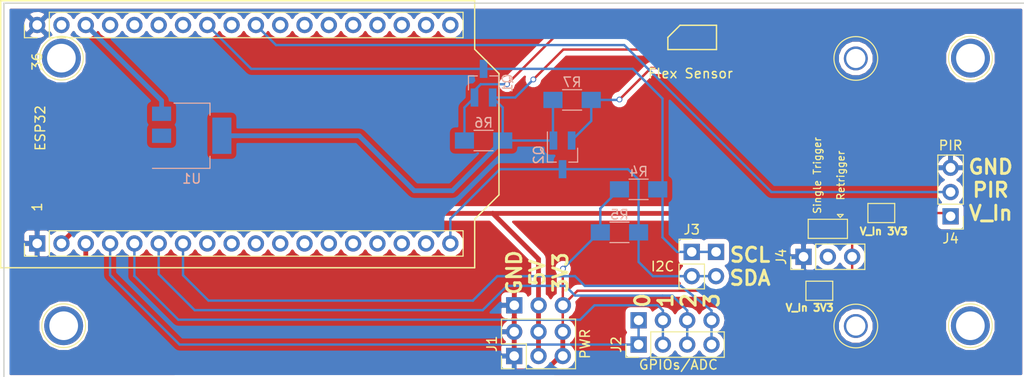
<source format=kicad_pcb>
(kicad_pcb (version 4) (host pcbnew 4.0.7)

  (general
    (links 46)
    (no_connects 3)
    (area 89.514999 69.495 197.250001 111.590001)
    (thickness 1.6)
    (drawings 12)
    (tracks 149)
    (zones 0)
    (modules 26)
    (nets 37)
  )

  (page A4)
  (layers
    (0 F.Cu signal)
    (31 B.Cu signal)
    (32 B.Adhes user)
    (33 F.Adhes user)
    (34 B.Paste user)
    (35 F.Paste user)
    (36 B.SilkS user)
    (37 F.SilkS user)
    (38 B.Mask user hide)
    (39 F.Mask user hide)
    (40 Dwgs.User user hide)
    (41 Cmts.User user hide)
    (42 Eco1.User user hide)
    (43 Eco2.User user hide)
    (44 Edge.Cuts user hide)
    (45 Margin user hide)
    (46 B.CrtYd user hide)
    (47 F.CrtYd user hide)
    (48 B.Fab user hide)
    (49 F.Fab user hide)
  )

  (setup
    (last_trace_width 0.25)
    (trace_clearance 0.25)
    (zone_clearance 0.508)
    (zone_45_only yes)
    (trace_min 0.2)
    (segment_width 0.2)
    (edge_width 0.15)
    (via_size 0.6)
    (via_drill 0.4)
    (via_min_size 0.4)
    (via_min_drill 0.3)
    (uvia_size 0.3)
    (uvia_drill 0.1)
    (uvias_allowed no)
    (uvia_min_size 0.2)
    (uvia_min_drill 0.1)
    (pcb_text_width 0.3)
    (pcb_text_size 1.5 1.5)
    (mod_edge_width 0.15)
    (mod_text_size 1 1)
    (mod_text_width 0.15)
    (pad_size 1.7 1.7)
    (pad_drill 1)
    (pad_to_mask_clearance 0.2)
    (aux_axis_origin 0 0)
    (visible_elements 7FFFFFFF)
    (pcbplotparams
      (layerselection 0x010f0_80000001)
      (usegerberextensions false)
      (excludeedgelayer true)
      (linewidth 0.100000)
      (plotframeref false)
      (viasonmask false)
      (mode 1)
      (useauxorigin false)
      (hpglpennumber 1)
      (hpglpenspeed 20)
      (hpglpendiameter 15)
      (hpglpenoverlay 2)
      (psnegative false)
      (psa4output false)
      (plotreference true)
      (plotvalue true)
      (plotinvisibletext false)
      (padsonsilk false)
      (subtractmaskfromsilk false)
      (outputformat 1)
      (mirror false)
      (drillshape 0)
      (scaleselection 1)
      (outputdirectory gerbers/))
  )

  (net 0 "")
  (net 1 GND)
  (net 2 SDA)
  (net 3 "Net-(ESP1-Pad17)")
  (net 4 "Net-(ESP1-Pad16)")
  (net 5 "Net-(ESP1-Pad15)")
  (net 6 "Net-(ESP1-Pad14)")
  (net 7 "Net-(ESP1-Pad13)")
  (net 8 "Net-(ESP1-Pad12)")
  (net 9 "Net-(ESP1-Pad11)")
  (net 10 "Net-(ESP1-Pad10)")
  (net 11 "Net-(ESP1-Pad9)")
  (net 12 "Net-(ESP1-Pad8)")
  (net 13 ADC3)
  (net 14 ADC2)
  (net 15 ADC1)
  (net 16 ADC0)
  (net 17 3V3)
  (net 18 5V)
  (net 19 "Net-(ESP1-Pad33)")
  (net 20 "Net-(ESP1-Pad32)")
  (net 21 "Net-(ESP1-Pad31)")
  (net 22 "Net-(ESP1-Pad30)")
  (net 23 SCL)
  (net 24 "Net-(ESP1-Pad28)")
  (net 25 PIR)
  (net 26 "Net-(ESP1-Pad26)")
  (net 27 "Net-(ESP1-Pad25)")
  (net 28 "Net-(ESP1-Pad24)")
  (net 29 "Net-(ESP1-Pad23)")
  (net 30 "Net-(ESP1-Pad22)")
  (net 31 "Net-(ESP1-Pad21)")
  (net 32 "Net-(ESP1-Pad20)")
  (net 33 "Net-(ESP1-Pad19)")
  (net 34 1V8)
  (net 35 "Net-(Q1-Pad2)")
  (net 36 "Net-(Q2-Pad2)")

  (net_class Default "Dies ist die voreingestellte Netzklasse."
    (clearance 0.25)
    (trace_width 0.25)
    (via_dia 0.6)
    (via_drill 0.4)
    (uvia_dia 0.3)
    (uvia_drill 0.1)
    (add_net 1V8)
    (add_net 3V3)
    (add_net 5V)
    (add_net ADC0)
    (add_net ADC1)
    (add_net ADC2)
    (add_net ADC3)
    (add_net GND)
    (add_net "Net-(ESP1-Pad10)")
    (add_net "Net-(ESP1-Pad11)")
    (add_net "Net-(ESP1-Pad12)")
    (add_net "Net-(ESP1-Pad13)")
    (add_net "Net-(ESP1-Pad14)")
    (add_net "Net-(ESP1-Pad15)")
    (add_net "Net-(ESP1-Pad16)")
    (add_net "Net-(ESP1-Pad17)")
    (add_net "Net-(ESP1-Pad19)")
    (add_net "Net-(ESP1-Pad20)")
    (add_net "Net-(ESP1-Pad21)")
    (add_net "Net-(ESP1-Pad22)")
    (add_net "Net-(ESP1-Pad23)")
    (add_net "Net-(ESP1-Pad24)")
    (add_net "Net-(ESP1-Pad25)")
    (add_net "Net-(ESP1-Pad26)")
    (add_net "Net-(ESP1-Pad28)")
    (add_net "Net-(ESP1-Pad30)")
    (add_net "Net-(ESP1-Pad31)")
    (add_net "Net-(ESP1-Pad32)")
    (add_net "Net-(ESP1-Pad33)")
    (add_net "Net-(ESP1-Pad8)")
    (add_net "Net-(ESP1-Pad9)")
    (add_net "Net-(Q1-Pad2)")
    (add_net "Net-(Q2-Pad2)")
    (add_net PIR)
    (add_net SCL)
    (add_net SDA)
  )

  (module Pin_Headers:Pin_Header_Straight_1x03_Pitch2.54mm (layer F.Cu) (tedit 5AB19243) (tstamp 5AB16DD7)
    (at 173.736 98.552 90)
    (descr "Through hole straight pin header, 1x03, 2.54mm pitch, single row")
    (tags "Through hole pin header THT 1x03 2.54mm single row")
    (path /5AA2551F)
    (fp_text reference J4 (at 0 -2.33 90) (layer F.SilkS)
      (effects (font (size 1 1) (thickness 0.15)))
    )
    (fp_text value "" (at 0 7.41 90) (layer F.SilkS)
      (effects (font (size 1 1) (thickness 0.15)))
    )
    (fp_line (start -0.635 -1.27) (end 1.27 -1.27) (layer F.Fab) (width 0.1))
    (fp_line (start 1.27 -1.27) (end 1.27 6.35) (layer F.Fab) (width 0.1))
    (fp_line (start 1.27 6.35) (end -1.27 6.35) (layer F.Fab) (width 0.1))
    (fp_line (start -1.27 6.35) (end -1.27 -0.635) (layer F.Fab) (width 0.1))
    (fp_line (start -1.27 -0.635) (end -0.635 -1.27) (layer F.Fab) (width 0.1))
    (fp_line (start -1.33 6.41) (end 1.33 6.41) (layer F.SilkS) (width 0.12))
    (fp_line (start -1.33 1.27) (end -1.33 6.41) (layer F.SilkS) (width 0.12))
    (fp_line (start 1.33 1.27) (end 1.33 6.41) (layer F.SilkS) (width 0.12))
    (fp_line (start -1.33 1.27) (end 1.33 1.27) (layer F.SilkS) (width 0.12))
    (fp_line (start -1.33 0) (end -1.33 -1.33) (layer F.SilkS) (width 0.12))
    (fp_line (start -1.33 -1.33) (end 0 -1.33) (layer F.SilkS) (width 0.12))
    (fp_line (start -1.8 -1.8) (end -1.8 6.85) (layer F.CrtYd) (width 0.05))
    (fp_line (start -1.8 6.85) (end 1.8 6.85) (layer F.CrtYd) (width 0.05))
    (fp_line (start 1.8 6.85) (end 1.8 -1.8) (layer F.CrtYd) (width 0.05))
    (fp_line (start 1.8 -1.8) (end -1.8 -1.8) (layer F.CrtYd) (width 0.05))
    (fp_text user %R (at 0 2.54 180) (layer F.Fab)
      (effects (font (size 1 1) (thickness 0.15)))
    )
    (pad 1 thru_hole rect (at 0 0 90) (size 1.7 1.7) (drill 1) (layers *.Cu *.Mask)
      (net 1 GND))
    (pad 2 thru_hole oval (at 0 2.54 90) (size 1.7 1.7) (drill 1) (layers *.Cu *.Mask))
    (pad 3 thru_hole oval (at 0 5.08 90) (size 1.7 1.7) (drill 1) (layers *.Cu *.Mask))
    (model ${KISYS3DMOD}/Pin_Headers.3dshapes/Pin_Header_Straight_1x03_Pitch2.54mm.wrl
      (at (xyz 0 0 0))
      (scale (xyz 1 1 1))
      (rotate (xyz 0 0 0))
    )
  )

  (module Pin_Headers:Pin_Header_Straight_1x03_Pitch2.54mm (layer F.Cu) (tedit 5AB18EBB) (tstamp 5AA3C42C)
    (at 189.103 94.32 180)
    (descr "Through hole straight pin header, 1x03, 2.54mm pitch, single row")
    (tags "Through hole pin header THT 1x03 2.54mm single row")
    (path /5AA2551F)
    (fp_text reference J4 (at 0 -2.33 180) (layer F.SilkS)
      (effects (font (size 1 1) (thickness 0.15)))
    )
    (fp_text value PIR (at 0 7.41 180) (layer F.SilkS)
      (effects (font (size 1 1) (thickness 0.15)))
    )
    (fp_line (start -0.635 -1.27) (end 1.27 -1.27) (layer F.Fab) (width 0.1))
    (fp_line (start 1.27 -1.27) (end 1.27 6.35) (layer F.Fab) (width 0.1))
    (fp_line (start 1.27 6.35) (end -1.27 6.35) (layer F.Fab) (width 0.1))
    (fp_line (start -1.27 6.35) (end -1.27 -0.635) (layer F.Fab) (width 0.1))
    (fp_line (start -1.27 -0.635) (end -0.635 -1.27) (layer F.Fab) (width 0.1))
    (fp_line (start -1.33 6.41) (end 1.33 6.41) (layer F.SilkS) (width 0.12))
    (fp_line (start -1.33 1.27) (end -1.33 6.41) (layer F.SilkS) (width 0.12))
    (fp_line (start 1.33 1.27) (end 1.33 6.41) (layer F.SilkS) (width 0.12))
    (fp_line (start -1.33 1.27) (end 1.33 1.27) (layer F.SilkS) (width 0.12))
    (fp_line (start -1.33 0) (end -1.33 -1.33) (layer F.SilkS) (width 0.12))
    (fp_line (start -1.33 -1.33) (end 0 -1.33) (layer F.SilkS) (width 0.12))
    (fp_line (start -1.8 -1.8) (end -1.8 6.85) (layer F.CrtYd) (width 0.05))
    (fp_line (start -1.8 6.85) (end 1.8 6.85) (layer F.CrtYd) (width 0.05))
    (fp_line (start 1.8 6.85) (end 1.8 -1.8) (layer F.CrtYd) (width 0.05))
    (fp_line (start 1.8 -1.8) (end -1.8 -1.8) (layer F.CrtYd) (width 0.05))
    (fp_text user %R (at 0 2.54 270) (layer F.Fab)
      (effects (font (size 1 1) (thickness 0.15)))
    )
    (pad 1 thru_hole rect (at 0 0 180) (size 1.7 1.7) (drill 1) (layers *.Cu *.Mask))
    (pad 2 thru_hole oval (at 0 2.54 180) (size 1.7 1.7) (drill 1) (layers *.Cu *.Mask)
      (net 25 PIR))
    (pad 3 thru_hole oval (at 0 5.08 180) (size 1.7 1.7) (drill 1) (layers *.Cu *.Mask)
      (net 1 GND))
    (model ${KISYS3DMOD}/Pin_Headers.3dshapes/Pin_Header_Straight_1x03_Pitch2.54mm.wrl
      (at (xyz 0 0 0))
      (scale (xyz 1 1 1))
      (rotate (xyz 0 0 0))
    )
  )

  (module Pin_Headers:Pin_Header_Straight_1x04_Pitch2.54mm (layer F.Cu) (tedit 5AB15C41) (tstamp 5AB15A89)
    (at 156.5 105.2 90)
    (descr "Through hole straight pin header, 1x04, 2.54mm pitch, single row")
    (tags "Through hole pin header THT 1x04 2.54mm single row")
    (path /5AA1805E)
    (fp_text reference "" (at 0 -2.33 90) (layer F.SilkS)
      (effects (font (size 1 1) (thickness 0.15)))
    )
    (fp_text value "" (at 0 9.95 90) (layer F.Fab)
      (effects (font (size 1 1) (thickness 0.15)))
    )
    (fp_line (start -1.8 -1.8) (end -1.8 9.4) (layer F.CrtYd) (width 0.05))
    (fp_line (start -1.8 9.4) (end 1.8 9.4) (layer F.CrtYd) (width 0.05))
    (fp_line (start 1.8 9.4) (end 1.8 -1.8) (layer F.CrtYd) (width 0.05))
    (fp_line (start 1.8 -1.8) (end -1.8 -1.8) (layer F.CrtYd) (width 0.05))
    (fp_text user %R (at 0 3.81 180) (layer F.Fab)
      (effects (font (size 1 1) (thickness 0.15)))
    )
    (pad 1 thru_hole rect (at 0 0 90) (size 1.7 1.7) (drill 1) (layers *.Cu *.Mask)
      (net 16 ADC0))
    (pad 2 thru_hole oval (at 0 2.54 90) (size 1.7 1.7) (drill 1) (layers *.Cu *.Mask)
      (net 15 ADC1))
    (pad 3 thru_hole oval (at 0 5.08 90) (size 1.7 1.7) (drill 1) (layers *.Cu *.Mask)
      (net 14 ADC2))
    (pad 4 thru_hole oval (at 0 7.62 90) (size 1.7 1.7) (drill 1) (layers *.Cu *.Mask)
      (net 13 ADC3))
  )

  (module Pin_Headers:Pin_Header_Straight_1x02_Pitch2.54mm (layer F.Cu) (tedit 5AB15BC7) (tstamp 5AB15B58)
    (at 164.592 98.044)
    (descr "Through hole straight pin header, 1x02, 2.54mm pitch, single row")
    (tags "Through hole pin header THT 1x02 2.54mm single row")
    (path /5AA17B46)
    (fp_text reference "" (at 0 -2.33) (layer F.SilkS)
      (effects (font (size 1 1) (thickness 0.15)))
    )
    (fp_text value "" (at 0 4.87) (layer F.SilkS)
      (effects (font (size 1 1) (thickness 0.15)))
    )
    (fp_line (start -0.635 -1.27) (end 1.27 -1.27) (layer F.Fab) (width 0.1))
    (fp_line (start 1.27 -1.27) (end 1.27 3.81) (layer F.Fab) (width 0.1))
    (fp_line (start 1.27 3.81) (end -1.27 3.81) (layer F.Fab) (width 0.1))
    (fp_line (start -1.27 3.81) (end -1.27 -0.635) (layer F.Fab) (width 0.1))
    (fp_line (start -1.27 -0.635) (end -0.635 -1.27) (layer F.Fab) (width 0.1))
    (fp_line (start -1.8 -1.8) (end -1.8 4.35) (layer F.CrtYd) (width 0.05))
    (fp_line (start -1.8 4.35) (end 1.8 4.35) (layer F.CrtYd) (width 0.05))
    (fp_line (start 1.8 4.35) (end 1.8 -1.8) (layer F.CrtYd) (width 0.05))
    (fp_line (start 1.8 -1.8) (end -1.8 -1.8) (layer F.CrtYd) (width 0.05))
    (fp_text user %R (at 0 1.27 90) (layer F.Fab)
      (effects (font (size 1 1) (thickness 0.15)))
    )
    (pad 1 thru_hole rect (at 0 0) (size 1.7 1.7) (drill 1) (layers *.Cu *.Mask)
      (net 23 SCL))
    (pad 2 thru_hole oval (at 0 2.54) (size 1.7 1.7) (drill 1) (layers *.Cu *.Mask)
      (net 2 SDA))
  )

  (module Socket_Strips:Socket_Strip_Straight_1x03_Pitch2.54mm (layer F.Cu) (tedit 5AB187F7) (tstamp 5AB156E5)
    (at 143.51 103.632 90)
    (descr "Through hole straight socket strip, 1x03, 2.54mm pitch, single row")
    (tags "Through hole socket strip THT 1x03 2.54mm single row")
    (fp_text reference "" (at 2.54 -2.54 90) (layer F.SilkS)
      (effects (font (size 1 1) (thickness 0.15)))
    )
    (fp_text value "" (at 0 7.41 90) (layer F.Fab)
      (effects (font (size 1 1) (thickness 0.15)))
    )
    (fp_line (start -1.8 -1.8) (end -1.8 6.85) (layer F.CrtYd) (width 0.05))
    (fp_line (start -1.8 6.85) (end 1.8 6.85) (layer F.CrtYd) (width 0.05))
    (fp_line (start 1.8 6.85) (end 1.8 -1.8) (layer F.CrtYd) (width 0.05))
    (fp_line (start 1.8 -1.8) (end -1.8 -1.8) (layer F.CrtYd) (width 0.05))
    (pad 1 thru_hole rect (at 0 0 90) (size 1.7 1.7) (drill 1) (layers *.Cu *.Mask)
      (net 1 GND))
    (pad 2 thru_hole oval (at 0 2.54 90) (size 1.7 1.7) (drill 1) (layers *.Cu *.Mask)
      (net 18 5V))
    (pad 3 thru_hole oval (at 0 5.08 90) (size 1.7 1.7) (drill 1) (layers *.Cu *.Mask)
      (net 17 3V3))
  )

  (module ESP32_LoRa:PWR (layer F.Cu) (tedit 5AAA2628) (tstamp 5AA3C417)
    (at 143.5 108.94 90)
    (descr "Through hole straight pin header, 2x03, 2.54mm pitch, double rows")
    (tags "Through hole pin header THT 2x03 2.54mm double row")
    (path /5AA17AD0)
    (fp_text reference J1 (at 1.27 -2.33 90) (layer F.SilkS)
      (effects (font (size 1 1) (thickness 0.15)))
    )
    (fp_text value PWR (at 1.27 7.41 90) (layer F.SilkS)
      (effects (font (size 1 1) (thickness 0.15)))
    )
    (fp_line (start 0 -1.27) (end 3.81 -1.27) (layer F.Fab) (width 0.1))
    (fp_line (start 3.81 -1.27) (end 3.81 6.35) (layer F.Fab) (width 0.1))
    (fp_line (start 3.81 6.35) (end -1.27 6.35) (layer F.Fab) (width 0.1))
    (fp_line (start -1.27 6.35) (end -1.27 0) (layer F.Fab) (width 0.1))
    (fp_line (start -1.27 0) (end 0 -1.27) (layer F.Fab) (width 0.1))
    (fp_line (start -1.33 6.41) (end 3.87 6.41) (layer F.SilkS) (width 0.12))
    (fp_line (start -1.33 1.27) (end -1.33 6.41) (layer F.SilkS) (width 0.12))
    (fp_line (start 3.87 -1.33) (end 3.87 6.41) (layer F.SilkS) (width 0.12))
    (fp_line (start -1.33 1.27) (end 1.27 1.27) (layer F.SilkS) (width 0.12))
    (fp_line (start 1.27 1.27) (end 1.27 -1.33) (layer F.SilkS) (width 0.12))
    (fp_line (start 1.27 -1.33) (end 3.87 -1.33) (layer F.SilkS) (width 0.12))
    (fp_line (start -1.33 0) (end -1.33 -1.33) (layer F.SilkS) (width 0.12))
    (fp_line (start -1.33 -1.33) (end 0 -1.33) (layer F.SilkS) (width 0.12))
    (fp_line (start -1.8 -1.8) (end -1.8 6.85) (layer F.CrtYd) (width 0.05))
    (fp_line (start -1.8 6.85) (end 4.35 6.85) (layer F.CrtYd) (width 0.05))
    (fp_line (start 4.35 6.85) (end 4.35 -1.8) (layer F.CrtYd) (width 0.05))
    (fp_line (start 4.35 -1.8) (end -1.8 -1.8) (layer F.CrtYd) (width 0.05))
    (fp_text user %R (at 1.27 2.54 180) (layer F.Fab)
      (effects (font (size 1 1) (thickness 0.15)))
    )
    (pad 1a thru_hole rect (at 0 0 90) (size 1.7 1.7) (drill 1) (layers *.Cu *.Mask)
      (net 1 GND))
    (pad 1b thru_hole oval (at 2.54 0 90) (size 1.7 1.7) (drill 1) (layers *.Cu *.Mask)
      (net 1 GND))
    (pad 2a thru_hole oval (at 0 2.54 90) (size 1.7 1.7) (drill 1) (layers *.Cu *.Mask)
      (net 18 5V))
    (pad 2b thru_hole oval (at 2.54 2.54 90) (size 1.7 1.7) (drill 1) (layers *.Cu *.Mask)
      (net 18 5V))
    (pad 3a thru_hole oval (at 0 5.08 90) (size 1.7 1.7) (drill 1) (layers *.Cu *.Mask)
      (net 17 3V3))
    (pad 3b thru_hole oval (at 2.54 5.08 90) (size 1.7 1.7) (drill 1) (layers *.Cu *.Mask)
      (net 17 3V3))
    (model ${KISYS3DMOD}/Pin_Headers.3dshapes/Pin_Header_Straight_2x03_Pitch2.54mm.wrl
      (at (xyz 0 0 0))
      (scale (xyz 1 1 1))
      (rotate (xyz 0 0 0))
    )
  )

  (module Pin_Headers:Pin_Header_Straight_1x04_Pitch2.54mm (layer F.Cu) (tedit 5AB187FF) (tstamp 5AA3C41F)
    (at 156.5 107.74 90)
    (descr "Through hole straight pin header, 1x04, 2.54mm pitch, single row")
    (tags "Through hole pin header THT 1x04 2.54mm single row")
    (path /5AA1805E)
    (fp_text reference J2 (at 0 -2.33 90) (layer F.SilkS)
      (effects (font (size 1 1) (thickness 0.15)))
    )
    (fp_text value "" (at 0 9.95 90) (layer F.Fab)
      (effects (font (size 1 1) (thickness 0.15)))
    )
    (fp_line (start -0.635 -1.27) (end 1.27 -1.27) (layer F.Fab) (width 0.1))
    (fp_line (start 1.27 -1.27) (end 1.27 8.89) (layer F.Fab) (width 0.1))
    (fp_line (start 1.27 8.89) (end -1.27 8.89) (layer F.Fab) (width 0.1))
    (fp_line (start -1.27 8.89) (end -1.27 -0.635) (layer F.Fab) (width 0.1))
    (fp_line (start -1.27 -0.635) (end -0.635 -1.27) (layer F.Fab) (width 0.1))
    (fp_line (start -1.33 8.95) (end 1.33 8.95) (layer F.SilkS) (width 0.12))
    (fp_line (start -1.33 1.27) (end -1.33 8.95) (layer F.SilkS) (width 0.12))
    (fp_line (start 1.33 1.27) (end 1.33 8.95) (layer F.SilkS) (width 0.12))
    (fp_line (start -1.33 1.27) (end 1.33 1.27) (layer F.SilkS) (width 0.12))
    (fp_line (start -1.33 0) (end -1.33 -1.33) (layer F.SilkS) (width 0.12))
    (fp_line (start -1.33 -1.33) (end 0 -1.33) (layer F.SilkS) (width 0.12))
    (fp_line (start -1.8 -1.8) (end -1.8 9.4) (layer F.CrtYd) (width 0.05))
    (fp_line (start -1.8 9.4) (end 1.8 9.4) (layer F.CrtYd) (width 0.05))
    (fp_line (start 1.8 9.4) (end 1.8 -1.8) (layer F.CrtYd) (width 0.05))
    (fp_line (start 1.8 -1.8) (end -1.8 -1.8) (layer F.CrtYd) (width 0.05))
    (fp_text user %R (at 0 3.81 180) (layer F.Fab)
      (effects (font (size 1 1) (thickness 0.15)))
    )
    (pad 1 thru_hole rect (at 0 0 90) (size 1.7 1.7) (drill 1) (layers *.Cu *.Mask)
      (net 16 ADC0))
    (pad 2 thru_hole oval (at 0 2.54 90) (size 1.7 1.7) (drill 1) (layers *.Cu *.Mask)
      (net 15 ADC1))
    (pad 3 thru_hole oval (at 0 5.08 90) (size 1.7 1.7) (drill 1) (layers *.Cu *.Mask)
      (net 14 ADC2))
    (pad 4 thru_hole oval (at 0 7.62 90) (size 1.7 1.7) (drill 1) (layers *.Cu *.Mask)
      (net 13 ADC3))
    (model ${KISYS3DMOD}/Pin_Headers.3dshapes/Pin_Header_Straight_1x04_Pitch2.54mm.wrl
      (at (xyz 0 0 0))
      (scale (xyz 1 1 1))
      (rotate (xyz 0 0 0))
    )
  )

  (module Pin_Headers:Pin_Header_Straight_1x02_Pitch2.54mm (layer F.Cu) (tedit 5AB15BE1) (tstamp 5AA3C425)
    (at 162.052 98.044)
    (descr "Through hole straight pin header, 1x02, 2.54mm pitch, single row")
    (tags "Through hole pin header THT 1x02 2.54mm single row")
    (path /5AA17B46)
    (fp_text reference J3 (at 0 -2.33) (layer F.SilkS)
      (effects (font (size 1 1) (thickness 0.15)))
    )
    (fp_text value I2C (at -3.048 1.524) (layer F.SilkS)
      (effects (font (size 1 1) (thickness 0.15)))
    )
    (fp_line (start -0.635 -1.27) (end 1.27 -1.27) (layer F.Fab) (width 0.1))
    (fp_line (start 1.27 -1.27) (end 1.27 3.81) (layer F.Fab) (width 0.1))
    (fp_line (start 1.27 3.81) (end -1.27 3.81) (layer F.Fab) (width 0.1))
    (fp_line (start -1.27 3.81) (end -1.27 -0.635) (layer F.Fab) (width 0.1))
    (fp_line (start -1.27 -0.635) (end -0.635 -1.27) (layer F.Fab) (width 0.1))
    (fp_line (start -1.33 3.87) (end 1.33 3.87) (layer F.SilkS) (width 0.12))
    (fp_line (start -1.33 1.27) (end -1.33 3.87) (layer F.SilkS) (width 0.12))
    (fp_line (start 1.33 1.27) (end 1.33 3.87) (layer F.SilkS) (width 0.12))
    (fp_line (start -1.33 1.27) (end 1.33 1.27) (layer F.SilkS) (width 0.12))
    (fp_line (start -1.33 0) (end -1.33 -1.33) (layer F.SilkS) (width 0.12))
    (fp_line (start -1.33 -1.33) (end 0 -1.33) (layer F.SilkS) (width 0.12))
    (fp_line (start -1.8 -1.8) (end -1.8 4.35) (layer F.CrtYd) (width 0.05))
    (fp_line (start -1.8 4.35) (end 1.8 4.35) (layer F.CrtYd) (width 0.05))
    (fp_line (start 1.8 4.35) (end 1.8 -1.8) (layer F.CrtYd) (width 0.05))
    (fp_line (start 1.8 -1.8) (end -1.8 -1.8) (layer F.CrtYd) (width 0.05))
    (fp_text user %R (at 0 1.27 90) (layer F.Fab)
      (effects (font (size 1 1) (thickness 0.15)))
    )
    (pad 1 thru_hole rect (at 0 0) (size 1.7 1.7) (drill 1) (layers *.Cu *.Mask)
      (net 23 SCL))
    (pad 2 thru_hole oval (at 0 2.54) (size 1.7 1.7) (drill 1) (layers *.Cu *.Mask)
      (net 2 SDA))
    (model ${KISYS3DMOD}/Pin_Headers.3dshapes/Pin_Header_Straight_1x02_Pitch2.54mm.wrl
      (at (xyz 0 0 0))
      (scale (xyz 1 1 1))
      (rotate (xyz 0 0 0))
    )
  )

  (module TO_SOT_Packages_SMD:SOT-23_Handsoldering (layer B.Cu) (tedit 58CE4E7E) (tstamp 5AA3C433)
    (at 140.3 80.39 90)
    (descr "SOT-23, Handsoldering")
    (tags SOT-23)
    (path /5AA18753)
    (attr smd)
    (fp_text reference Q1 (at 0 2.5 90) (layer B.SilkS)
      (effects (font (size 1 1) (thickness 0.15)) (justify mirror))
    )
    (fp_text value BSS138 (at 0 -2.5 90) (layer B.Fab)
      (effects (font (size 1 1) (thickness 0.15)) (justify mirror))
    )
    (fp_text user %R (at 0 0 360) (layer B.Fab)
      (effects (font (size 0.5 0.5) (thickness 0.075)) (justify mirror))
    )
    (fp_line (start 0.76 -1.58) (end 0.76 -0.65) (layer B.SilkS) (width 0.12))
    (fp_line (start 0.76 1.58) (end 0.76 0.65) (layer B.SilkS) (width 0.12))
    (fp_line (start -2.7 1.75) (end 2.7 1.75) (layer B.CrtYd) (width 0.05))
    (fp_line (start 2.7 1.75) (end 2.7 -1.75) (layer B.CrtYd) (width 0.05))
    (fp_line (start 2.7 -1.75) (end -2.7 -1.75) (layer B.CrtYd) (width 0.05))
    (fp_line (start -2.7 -1.75) (end -2.7 1.75) (layer B.CrtYd) (width 0.05))
    (fp_line (start 0.76 1.58) (end -2.4 1.58) (layer B.SilkS) (width 0.12))
    (fp_line (start -0.7 0.95) (end -0.7 -1.5) (layer B.Fab) (width 0.1))
    (fp_line (start -0.15 1.52) (end 0.7 1.52) (layer B.Fab) (width 0.1))
    (fp_line (start -0.7 0.95) (end -0.15 1.52) (layer B.Fab) (width 0.1))
    (fp_line (start 0.7 1.52) (end 0.7 -1.52) (layer B.Fab) (width 0.1))
    (fp_line (start -0.7 -1.52) (end 0.7 -1.52) (layer B.Fab) (width 0.1))
    (fp_line (start 0.76 -1.58) (end -0.7 -1.58) (layer B.SilkS) (width 0.12))
    (pad 1 smd rect (at -1.5 0.95 90) (size 1.9 0.8) (layers B.Cu B.Paste B.Mask)
      (net 34 1V8))
    (pad 2 smd rect (at -1.5 -0.95 90) (size 1.9 0.8) (layers B.Cu B.Paste B.Mask)
      (net 35 "Net-(Q1-Pad2)"))
    (pad 3 smd rect (at 1.5 0 90) (size 1.9 0.8) (layers B.Cu B.Paste B.Mask)
      (net 23 SCL))
    (model ${KISYS3DMOD}/TO_SOT_Packages_SMD.3dshapes\SOT-23.wrl
      (at (xyz 0 0 0))
      (scale (xyz 1 1 1))
      (rotate (xyz 0 0 0))
    )
  )

  (module TO_SOT_Packages_SMD:SOT-23_Handsoldering (layer B.Cu) (tedit 58CE4E7E) (tstamp 5AA3C43A)
    (at 148.55 87.89 270)
    (descr "SOT-23, Handsoldering")
    (tags SOT-23)
    (path /5AA186F4)
    (attr smd)
    (fp_text reference Q2 (at 0 2.5 270) (layer B.SilkS)
      (effects (font (size 1 1) (thickness 0.15)) (justify mirror))
    )
    (fp_text value BSS138 (at 0 -2.5 270) (layer B.Fab)
      (effects (font (size 1 1) (thickness 0.15)) (justify mirror))
    )
    (fp_text user %R (at 0 0 540) (layer B.Fab)
      (effects (font (size 0.5 0.5) (thickness 0.075)) (justify mirror))
    )
    (fp_line (start 0.76 -1.58) (end 0.76 -0.65) (layer B.SilkS) (width 0.12))
    (fp_line (start 0.76 1.58) (end 0.76 0.65) (layer B.SilkS) (width 0.12))
    (fp_line (start -2.7 1.75) (end 2.7 1.75) (layer B.CrtYd) (width 0.05))
    (fp_line (start 2.7 1.75) (end 2.7 -1.75) (layer B.CrtYd) (width 0.05))
    (fp_line (start 2.7 -1.75) (end -2.7 -1.75) (layer B.CrtYd) (width 0.05))
    (fp_line (start -2.7 -1.75) (end -2.7 1.75) (layer B.CrtYd) (width 0.05))
    (fp_line (start 0.76 1.58) (end -2.4 1.58) (layer B.SilkS) (width 0.12))
    (fp_line (start -0.7 0.95) (end -0.7 -1.5) (layer B.Fab) (width 0.1))
    (fp_line (start -0.15 1.52) (end 0.7 1.52) (layer B.Fab) (width 0.1))
    (fp_line (start -0.7 0.95) (end -0.15 1.52) (layer B.Fab) (width 0.1))
    (fp_line (start 0.7 1.52) (end 0.7 -1.52) (layer B.Fab) (width 0.1))
    (fp_line (start -0.7 -1.52) (end 0.7 -1.52) (layer B.Fab) (width 0.1))
    (fp_line (start 0.76 -1.58) (end -0.7 -1.58) (layer B.SilkS) (width 0.12))
    (pad 1 smd rect (at -1.5 0.95 270) (size 1.9 0.8) (layers B.Cu B.Paste B.Mask)
      (net 34 1V8))
    (pad 2 smd rect (at -1.5 -0.95 270) (size 1.9 0.8) (layers B.Cu B.Paste B.Mask)
      (net 36 "Net-(Q2-Pad2)"))
    (pad 3 smd rect (at 1.5 0 270) (size 1.9 0.8) (layers B.Cu B.Paste B.Mask)
      (net 2 SDA))
    (model ${KISYS3DMOD}/TO_SOT_Packages_SMD.3dshapes\SOT-23.wrl
      (at (xyz 0 0 0))
      (scale (xyz 1 1 1))
      (rotate (xyz 0 0 0))
    )
  )

  (module "ESP32_LoRa:FFC Molex" (layer F.Cu) (tedit 5AAA2650) (tstamp 5AA3C471)
    (at 162.1 75.6)
    (path /5AA18358)
    (fp_text reference "Flex Sensor" (at -0.175 3.775) (layer F.SilkS)
      (effects (font (size 1 1) (thickness 0.15)))
    )
    (fp_text value Sensirion (at 0 -5.08) (layer F.Fab)
      (effects (font (size 1 1) (thickness 0.15)))
    )
    (fp_line (start -2.54 1.27) (end 2.54 1.27) (layer F.SilkS) (width 0.15))
    (fp_line (start 2.54 1.27) (end 2.54 -1.27) (layer F.SilkS) (width 0.15))
    (fp_line (start 2.54 -1.27) (end -1.27 -1.27) (layer F.SilkS) (width 0.15))
    (fp_line (start -1.27 -1.27) (end -2.54 0) (layer F.SilkS) (width 0.15))
    (fp_line (start -2.54 0) (end -2.54 1.27) (layer F.SilkS) (width 0.15))
    (pad 4 smd rect (at 1.73 -1.28) (size 0.6 1.65) (layers F.Cu F.Paste F.Mask)
      (net 36 "Net-(Q2-Pad2)"))
    (pad 2 smd rect (at -0.27 -1.28) (size 0.6 1.65) (layers F.Cu F.Paste F.Mask)
      (net 35 "Net-(Q1-Pad2)"))
    (pad 3 smd rect (at 0.73 1.27) (size 0.6 1.45) (layers F.Cu F.Paste F.Mask)
      (net 1 GND))
    (pad 1 smd rect (at -1.27 1.27) (size 0.6 1.45) (layers F.Cu F.Paste F.Mask)
      (net 34 1V8))
  )

  (module TO_SOT_Packages_SMD:SOT-223-3_TabPin2 (layer B.Cu) (tedit 5AAA2572) (tstamp 5AA3C479)
    (at 109.8 85.89)
    (descr "module CMS SOT223 4 pins")
    (tags "CMS SOT")
    (path /5AA18587)
    (attr smd)
    (fp_text reference U1 (at 0 4.5) (layer B.SilkS)
      (effects (font (size 1 1) (thickness 0.15)) (justify mirror))
    )
    (fp_text value LM1117-1.8 (at 0 -4.5) (layer B.Fab)
      (effects (font (size 1 1) (thickness 0.15)) (justify mirror))
    )
    (fp_text user %R (at 0 0 270) (layer B.Fab)
      (effects (font (size 0.8 0.8) (thickness 0.12)) (justify mirror))
    )
    (fp_line (start 1.91 -3.41) (end 1.91 -2.15) (layer B.SilkS) (width 0.12))
    (fp_line (start 1.91 3.41) (end 1.91 2.15) (layer B.SilkS) (width 0.12))
    (fp_line (start 4.4 3.6) (end -4.4 3.6) (layer B.CrtYd) (width 0.05))
    (fp_line (start 4.4 -3.6) (end 4.4 3.6) (layer B.CrtYd) (width 0.05))
    (fp_line (start -4.4 -3.6) (end 4.4 -3.6) (layer B.CrtYd) (width 0.05))
    (fp_line (start -4.4 3.6) (end -4.4 -3.6) (layer B.CrtYd) (width 0.05))
    (fp_line (start -1.85 2.35) (end -0.85 3.35) (layer B.Fab) (width 0.1))
    (fp_line (start -1.85 2.35) (end -1.85 -3.35) (layer B.Fab) (width 0.1))
    (fp_line (start -1.85 -3.41) (end 1.91 -3.41) (layer B.SilkS) (width 0.12))
    (fp_line (start -0.85 3.35) (end 1.85 3.35) (layer B.Fab) (width 0.1))
    (fp_line (start -4.1 3.41) (end 1.91 3.41) (layer B.SilkS) (width 0.12))
    (fp_line (start -1.85 -3.35) (end 1.85 -3.35) (layer B.Fab) (width 0.1))
    (fp_line (start 1.85 3.35) (end 1.85 -3.35) (layer B.Fab) (width 0.1))
    (pad 2 smd rect (at 3.15 0) (size 2 3.8) (layers B.Cu B.Paste B.Mask)
      (net 34 1V8))
    (pad 2 smd rect (at -3.15 0) (size 2 1.5) (layers B.Cu B.Paste B.Mask)
      (net 34 1V8))
    (pad 3 smd rect (at -3.15 -2.3) (size 2 1.5) (layers B.Cu B.Paste B.Mask)
      (net 17 3V3))
    (pad 1 smd rect (at -3.15 2.3) (size 2 1.5) (layers B.Cu B.Paste B.Mask)
      (net 1 GND))
    (model ${KISYS3DMOD}/TO_SOT_Packages_SMD.3dshapes/SOT-223.wrl
      (at (xyz 0 0 0))
      (scale (xyz 1 1 1))
      (rotate (xyz 0 0 0))
    )
  )

  (module Resistors_SMD:R_1206_HandSoldering (layer B.Cu) (tedit 58AADA36) (tstamp 5AA7D728)
    (at 156.5 91.5 180)
    (descr "Resistor SMD 1206, hand soldering")
    (tags "resistor 1206")
    (path /5AA18B5F)
    (attr smd)
    (fp_text reference R4 (at 0 1.85 180) (layer B.SilkS)
      (effects (font (size 1 1) (thickness 0.15)) (justify mirror))
    )
    (fp_text value 10k (at 0 -1.9 180) (layer B.Fab)
      (effects (font (size 1 1) (thickness 0.15)) (justify mirror))
    )
    (fp_text user %R (at 0 1.85 180) (layer B.Fab)
      (effects (font (size 1 1) (thickness 0.15)) (justify mirror))
    )
    (fp_line (start -1.6 -0.8) (end -1.6 0.8) (layer B.Fab) (width 0.1))
    (fp_line (start 1.6 -0.8) (end -1.6 -0.8) (layer B.Fab) (width 0.1))
    (fp_line (start 1.6 0.8) (end 1.6 -0.8) (layer B.Fab) (width 0.1))
    (fp_line (start -1.6 0.8) (end 1.6 0.8) (layer B.Fab) (width 0.1))
    (fp_line (start 1 -1.07) (end -1 -1.07) (layer B.SilkS) (width 0.12))
    (fp_line (start -1 1.07) (end 1 1.07) (layer B.SilkS) (width 0.12))
    (fp_line (start -3.25 1.11) (end 3.25 1.11) (layer B.CrtYd) (width 0.05))
    (fp_line (start -3.25 1.11) (end -3.25 -1.1) (layer B.CrtYd) (width 0.05))
    (fp_line (start 3.25 -1.1) (end 3.25 1.11) (layer B.CrtYd) (width 0.05))
    (fp_line (start 3.25 -1.1) (end -3.25 -1.1) (layer B.CrtYd) (width 0.05))
    (pad 1 smd rect (at -2 0 180) (size 2 1.7) (layers B.Cu B.Paste B.Mask)
      (net 23 SCL))
    (pad 2 smd rect (at 2 0 180) (size 2 1.7) (layers B.Cu B.Paste B.Mask)
      (net 17 3V3))
    (model Resistors_SMD.3dshapes/R_1206.wrl
      (at (xyz 0 0 0))
      (scale (xyz 1 1 1))
      (rotate (xyz 0 0 0))
    )
  )

  (module Resistors_SMD:R_1206_HandSoldering (layer B.Cu) (tedit 58AADA36) (tstamp 5AA7D72E)
    (at 154.5 96 180)
    (descr "Resistor SMD 1206, hand soldering")
    (tags "resistor 1206")
    (path /5AA18C81)
    (attr smd)
    (fp_text reference R5 (at 0 1.85 180) (layer B.SilkS)
      (effects (font (size 1 1) (thickness 0.15)) (justify mirror))
    )
    (fp_text value 10k (at 0 -1.9 180) (layer B.Fab)
      (effects (font (size 1 1) (thickness 0.15)) (justify mirror))
    )
    (fp_text user %R (at 0 1.85 180) (layer B.Fab)
      (effects (font (size 1 1) (thickness 0.15)) (justify mirror))
    )
    (fp_line (start -1.6 -0.8) (end -1.6 0.8) (layer B.Fab) (width 0.1))
    (fp_line (start 1.6 -0.8) (end -1.6 -0.8) (layer B.Fab) (width 0.1))
    (fp_line (start 1.6 0.8) (end 1.6 -0.8) (layer B.Fab) (width 0.1))
    (fp_line (start -1.6 0.8) (end 1.6 0.8) (layer B.Fab) (width 0.1))
    (fp_line (start 1 -1.07) (end -1 -1.07) (layer B.SilkS) (width 0.12))
    (fp_line (start -1 1.07) (end 1 1.07) (layer B.SilkS) (width 0.12))
    (fp_line (start -3.25 1.11) (end 3.25 1.11) (layer B.CrtYd) (width 0.05))
    (fp_line (start -3.25 1.11) (end -3.25 -1.1) (layer B.CrtYd) (width 0.05))
    (fp_line (start 3.25 -1.1) (end 3.25 1.11) (layer B.CrtYd) (width 0.05))
    (fp_line (start 3.25 -1.1) (end -3.25 -1.1) (layer B.CrtYd) (width 0.05))
    (pad 1 smd rect (at -2 0 180) (size 2 1.7) (layers B.Cu B.Paste B.Mask)
      (net 2 SDA))
    (pad 2 smd rect (at 2 0 180) (size 2 1.7) (layers B.Cu B.Paste B.Mask)
      (net 17 3V3))
    (model Resistors_SMD.3dshapes/R_1206.wrl
      (at (xyz 0 0 0))
      (scale (xyz 1 1 1))
      (rotate (xyz 0 0 0))
    )
  )

  (module Resistors_SMD:R_1206_HandSoldering (layer B.Cu) (tedit 58AADA36) (tstamp 5AA7D734)
    (at 140.3 86.39 180)
    (descr "Resistor SMD 1206, hand soldering")
    (tags "resistor 1206")
    (path /5AA18AB8)
    (attr smd)
    (fp_text reference R6 (at 0 1.85 180) (layer B.SilkS)
      (effects (font (size 1 1) (thickness 0.15)) (justify mirror))
    )
    (fp_text value 10k (at 0 -1.9 180) (layer B.Fab)
      (effects (font (size 1 1) (thickness 0.15)) (justify mirror))
    )
    (fp_text user %R (at 0 1.85 180) (layer B.Fab)
      (effects (font (size 1 1) (thickness 0.15)) (justify mirror))
    )
    (fp_line (start -1.6 -0.8) (end -1.6 0.8) (layer B.Fab) (width 0.1))
    (fp_line (start 1.6 -0.8) (end -1.6 -0.8) (layer B.Fab) (width 0.1))
    (fp_line (start 1.6 0.8) (end 1.6 -0.8) (layer B.Fab) (width 0.1))
    (fp_line (start -1.6 0.8) (end 1.6 0.8) (layer B.Fab) (width 0.1))
    (fp_line (start 1 -1.07) (end -1 -1.07) (layer B.SilkS) (width 0.12))
    (fp_line (start -1 1.07) (end 1 1.07) (layer B.SilkS) (width 0.12))
    (fp_line (start -3.25 1.11) (end 3.25 1.11) (layer B.CrtYd) (width 0.05))
    (fp_line (start -3.25 1.11) (end -3.25 -1.1) (layer B.CrtYd) (width 0.05))
    (fp_line (start 3.25 -1.1) (end 3.25 1.11) (layer B.CrtYd) (width 0.05))
    (fp_line (start 3.25 -1.1) (end -3.25 -1.1) (layer B.CrtYd) (width 0.05))
    (pad 1 smd rect (at -2 0 180) (size 2 1.7) (layers B.Cu B.Paste B.Mask)
      (net 34 1V8))
    (pad 2 smd rect (at 2 0 180) (size 2 1.7) (layers B.Cu B.Paste B.Mask)
      (net 35 "Net-(Q1-Pad2)"))
    (model Resistors_SMD.3dshapes/R_1206.wrl
      (at (xyz 0 0 0))
      (scale (xyz 1 1 1))
      (rotate (xyz 0 0 0))
    )
  )

  (module Resistors_SMD:R_1206_HandSoldering (layer B.Cu) (tedit 58AADA36) (tstamp 5AA7D73A)
    (at 149.55 82.14 180)
    (descr "Resistor SMD 1206, hand soldering")
    (tags "resistor 1206")
    (path /5AA189DE)
    (attr smd)
    (fp_text reference R7 (at 0 1.85 180) (layer B.SilkS)
      (effects (font (size 1 1) (thickness 0.15)) (justify mirror))
    )
    (fp_text value 10k (at 0 -1.9 180) (layer B.Fab)
      (effects (font (size 1 1) (thickness 0.15)) (justify mirror))
    )
    (fp_text user %R (at 0 1.85 180) (layer B.Fab)
      (effects (font (size 1 1) (thickness 0.15)) (justify mirror))
    )
    (fp_line (start -1.6 -0.8) (end -1.6 0.8) (layer B.Fab) (width 0.1))
    (fp_line (start 1.6 -0.8) (end -1.6 -0.8) (layer B.Fab) (width 0.1))
    (fp_line (start 1.6 0.8) (end 1.6 -0.8) (layer B.Fab) (width 0.1))
    (fp_line (start -1.6 0.8) (end 1.6 0.8) (layer B.Fab) (width 0.1))
    (fp_line (start 1 -1.07) (end -1 -1.07) (layer B.SilkS) (width 0.12))
    (fp_line (start -1 1.07) (end 1 1.07) (layer B.SilkS) (width 0.12))
    (fp_line (start -3.25 1.11) (end 3.25 1.11) (layer B.CrtYd) (width 0.05))
    (fp_line (start -3.25 1.11) (end -3.25 -1.1) (layer B.CrtYd) (width 0.05))
    (fp_line (start 3.25 -1.1) (end 3.25 1.11) (layer B.CrtYd) (width 0.05))
    (fp_line (start 3.25 -1.1) (end -3.25 -1.1) (layer B.CrtYd) (width 0.05))
    (pad 1 smd rect (at -2 0 180) (size 2 1.7) (layers B.Cu B.Paste B.Mask)
      (net 36 "Net-(Q2-Pad2)"))
    (pad 2 smd rect (at 2 0 180) (size 2 1.7) (layers B.Cu B.Paste B.Mask)
      (net 34 1V8))
    (model Resistors_SMD.3dshapes/R_1206.wrl
      (at (xyz 0 0 0))
      (scale (xyz 1 1 1))
      (rotate (xyz 0 0 0))
    )
  )

  (module Connectors:1pin (layer F.Cu) (tedit 5AB15CF0) (tstamp 5AAFC575)
    (at 96.42 105.77 270)
    (descr "module 1 pin (ou trou mecanique de percage)")
    (tags DEV)
    (fp_text reference REF** (at 0 -3.048 270) (layer Eco1.User)
      (effects (font (size 1 1) (thickness 0.15)))
    )
    (fp_text value 1pin (at 0 3 270) (layer F.Fab)
      (effects (font (size 1 1) (thickness 0.15)))
    )
    (fp_circle (center 0 0) (end 2 0.8) (layer F.Fab) (width 0.1))
    (fp_circle (center 0 0) (end 2.6 0) (layer F.CrtYd) (width 0.05))
    (fp_circle (center 0 0) (end 0 -2.286) (layer F.SilkS) (width 0.12))
    (pad 1 thru_hole circle (at 0 0 270) (size 4.064 4.064) (drill 3) (layers *.Cu *.Mask))
  )

  (module Connectors:1pin (layer F.Cu) (tedit 5AAA2582) (tstamp 5AAFC584)
    (at 191.17 105.77 270)
    (descr "module 1 pin (ou trou mecanique de percage)")
    (tags DEV)
    (fp_text reference REF** (at 0 -3.048 270) (layer Eco1.User)
      (effects (font (size 1 1) (thickness 0.15)))
    )
    (fp_text value 1pin (at 0 3 270) (layer F.Fab)
      (effects (font (size 1 1) (thickness 0.15)))
    )
    (fp_circle (center 0 0) (end 2 0.8) (layer F.Fab) (width 0.1))
    (fp_circle (center 0 0) (end 2.6 0) (layer F.CrtYd) (width 0.05))
    (fp_circle (center 0 0) (end 0 -2.286) (layer F.SilkS) (width 0.12))
    (pad 1 thru_hole circle (at 0 0 270) (size 4.064 4.064) (drill 3) (layers *.Cu *.Mask))
  )

  (module Connectors:1pin (layer F.Cu) (tedit 5AAA2587) (tstamp 5AAFC5D5)
    (at 191.18 77.77 270)
    (descr "module 1 pin (ou trou mecanique de percage)")
    (tags DEV)
    (fp_text reference REF** (at 0 -3.048 270) (layer Eco1.User)
      (effects (font (size 1 1) (thickness 0.15)))
    )
    (fp_text value 1pin (at 0 3 270) (layer F.Fab)
      (effects (font (size 1 1) (thickness 0.15)))
    )
    (fp_circle (center 0 0) (end 2 0.8) (layer F.Fab) (width 0.1))
    (fp_circle (center 0 0) (end 2.6 0) (layer F.CrtYd) (width 0.05))
    (fp_circle (center 0 0) (end 0 -2.286) (layer F.SilkS) (width 0.12))
    (pad 1 thru_hole circle (at 0 0 270) (size 4.064 4.064) (drill 3) (layers *.Cu *.Mask))
  )

  (module Connectors:1pin (layer F.Cu) (tedit 5AAA255D) (tstamp 5AAFC62C)
    (at 96.18 77.77 270)
    (descr "module 1 pin (ou trou mecanique de percage)")
    (tags DEV)
    (fp_text reference REF** (at 0 -3.048 270) (layer Eco1.User)
      (effects (font (size 1 1) (thickness 0.15)))
    )
    (fp_text value 1pin (at 0 3 270) (layer F.Fab)
      (effects (font (size 1 1) (thickness 0.15)))
    )
    (fp_circle (center 0 0) (end 2 0.8) (layer F.Fab) (width 0.1))
    (fp_circle (center 0 0) (end 2.6 0) (layer F.CrtYd) (width 0.05))
    (fp_circle (center 0 0) (end 0 -2.286) (layer F.SilkS) (width 0.12))
    (pad 1 thru_hole circle (at 0 0 270) (size 4.064 4.064) (drill 3) (layers *.Cu *.Mask))
  )

  (module Connectors:1pin (layer F.Cu) (tedit 5AB18806) (tstamp 5AB0E65E)
    (at 179.2 105.8)
    (descr "module 1 pin (ou trou mecanique de percage)")
    (tags DEV)
    (fp_text reference "" (at 0 -3.048) (layer Eco1.User)
      (effects (font (size 1 1) (thickness 0.15)))
    )
    (fp_text value 1pin (at 0 3) (layer F.Fab)
      (effects (font (size 1 1) (thickness 0.15)))
    )
    (fp_circle (center 0 0) (end 2 0.8) (layer F.Fab) (width 0.1))
    (fp_circle (center 0 0) (end 2.6 0) (layer F.CrtYd) (width 0.05))
    (fp_circle (center 0 0) (end 0 -2.286) (layer F.SilkS) (width 0.12))
    (pad 1 thru_hole circle (at 0 0) (size 2.5 2.5) (drill 2) (layers *.Cu *.Mask))
  )

  (module Connectors:1pin (layer F.Cu) (tedit 5AB18817) (tstamp 5AB0E66D)
    (at 179.2 77.8)
    (descr "module 1 pin (ou trou mecanique de percage)")
    (tags DEV)
    (fp_text reference "" (at 0 -3.048) (layer Eco1.User)
      (effects (font (size 1 1) (thickness 0.15)))
    )
    (fp_text value 1pin (at 0 3) (layer F.Fab)
      (effects (font (size 1 1) (thickness 0.15)))
    )
    (fp_circle (center 0 0) (end 2 0.8) (layer F.Fab) (width 0.1))
    (fp_circle (center 0 0) (end 2.6 0) (layer F.CrtYd) (width 0.05))
    (fp_circle (center 0 0) (end 0 -2.286) (layer F.SilkS) (width 0.12))
    (pad 1 thru_hole circle (at 0 0) (size 2.5 2.5) (drill 2) (layers *.Cu *.Mask))
  )

  (module ESP32_LoRa:ESP32_LoRa (layer F.Cu) (tedit 5AB15D13) (tstamp 5AA3C3FB)
    (at 112.7 87 90)
    (descr "Through hole straight pin header, 1x18, 2.54mm pitch, single row")
    (tags "Through hole pin header THT 1x18 2.54mm single row")
    (path /5AA3D286)
    (fp_text reference ESP32 (at 1.91 -18.72 90) (layer F.SilkS)
      (effects (font (size 1 1) (thickness 0.15)))
    )
    (fp_text value ESP32_LoRa_OLED (at -1.27 24.13 90) (layer F.Fab)
      (effects (font (size 1 1) (thickness 0.15)))
    )
    (fp_text user 36 (at 8.89 -19.05 90) (layer F.SilkS)
      (effects (font (size 1 1) (thickness 0.15)))
    )
    (fp_text user 1 (at -6.35 -19.05 90) (layer F.SilkS)
      (effects (font (size 1 1) (thickness 0.15)))
    )
    (fp_line (start -12.7 -22.86) (end 15.24 -22.86) (layer F.SilkS) (width 0.15))
    (fp_line (start 15.24 -22.86) (end 15.24 26.67) (layer F.SilkS) (width 0.15))
    (fp_line (start 15.24 26.67) (end 10.16 26.67) (layer F.SilkS) (width 0.15))
    (fp_line (start 10.16 26.67) (end 7.62 29.21) (layer F.SilkS) (width 0.15))
    (fp_line (start 7.62 29.21) (end -5.08 29.21) (layer F.SilkS) (width 0.15))
    (fp_line (start -5.08 29.21) (end -7.62 26.67) (layer F.SilkS) (width 0.15))
    (fp_line (start -7.62 26.67) (end -12.7 26.67) (layer F.SilkS) (width 0.15))
    (fp_line (start -12.7 26.67) (end -12.7 -22.86) (layer F.SilkS) (width 0.15))
    (fp_text user %R (at -10.16 2.54 180) (layer F.Fab)
      (effects (font (size 1 1) (thickness 0.15)))
    )
    (fp_line (start -8.36 -20.85) (end -11.96 -20.85) (layer F.CrtYd) (width 0.05))
    (fp_line (start -8.36 25.9) (end -8.36 -20.85) (layer F.CrtYd) (width 0.05))
    (fp_line (start -11.96 25.9) (end -8.36 25.9) (layer F.CrtYd) (width 0.05))
    (fp_line (start -11.96 -20.85) (end -11.96 25.9) (layer F.CrtYd) (width 0.05))
    (fp_line (start -11.49 -20.38) (end -10.16 -20.38) (layer F.SilkS) (width 0.12))
    (fp_line (start -11.49 -19.05) (end -11.49 -20.38) (layer F.SilkS) (width 0.12))
    (fp_line (start -11.49 -17.78) (end -8.83 -17.78) (layer F.SilkS) (width 0.12))
    (fp_line (start -8.83 -17.78) (end -8.83 25.46) (layer F.SilkS) (width 0.12))
    (fp_line (start -11.49 -17.78) (end -11.49 25.46) (layer F.SilkS) (width 0.12))
    (fp_line (start -11.49 25.46) (end -8.83 25.46) (layer F.SilkS) (width 0.12))
    (fp_line (start -11.43 -19.685) (end -10.795 -20.32) (layer F.Fab) (width 0.1))
    (fp_line (start -11.43 25.4) (end -11.43 -19.685) (layer F.Fab) (width 0.1))
    (fp_line (start -8.89 25.4) (end -11.43 25.4) (layer F.Fab) (width 0.1))
    (fp_line (start -8.89 -20.32) (end -8.89 25.4) (layer F.Fab) (width 0.1))
    (fp_line (start -10.795 -20.32) (end -8.89 -20.32) (layer F.Fab) (width 0.1))
    (fp_line (start 12.065 -20.32) (end 13.97 -20.32) (layer F.Fab) (width 0.1))
    (fp_line (start 13.97 -20.32) (end 13.97 25.4) (layer F.Fab) (width 0.1))
    (fp_line (start 13.97 25.4) (end 11.43 25.4) (layer F.Fab) (width 0.1))
    (fp_line (start 11.43 25.4) (end 11.43 -19.685) (layer F.Fab) (width 0.1))
    (fp_line (start 11.43 -19.685) (end 12.065 -20.32) (layer F.Fab) (width 0.1))
    (fp_line (start 11.37 25.46) (end 14.03 25.46) (layer F.SilkS) (width 0.12))
    (fp_line (start 11.37 -17.78) (end 11.37 25.46) (layer F.SilkS) (width 0.12))
    (fp_line (start 14.03 -17.78) (end 14.03 25.46) (layer F.SilkS) (width 0.12))
    (fp_line (start 11.37 -17.78) (end 14.03 -17.78) (layer F.SilkS) (width 0.12))
    (fp_line (start 11.37 -19.05) (end 11.37 -20.38) (layer F.SilkS) (width 0.12))
    (fp_line (start 11.37 -20.38) (end 12.7 -20.38) (layer F.SilkS) (width 0.12))
    (fp_line (start 10.9 -20.85) (end 10.9 25.9) (layer F.CrtYd) (width 0.05))
    (fp_line (start 10.9 25.9) (end 14.5 25.9) (layer F.CrtYd) (width 0.05))
    (fp_line (start 14.5 25.9) (end 14.5 -20.85) (layer F.CrtYd) (width 0.05))
    (fp_line (start 14.5 -20.85) (end 10.9 -20.85) (layer F.CrtYd) (width 0.05))
    (fp_text user %R (at 12.7 2.54 180) (layer F.Fab)
      (effects (font (size 1 1) (thickness 0.15)))
    )
    (pad 18 thru_hole oval (at -10.16 24.13 90) (size 1.7 1.7) (drill 1) (layers *.Cu *.Mask)
      (net 2 SDA))
    (pad 17 thru_hole oval (at -10.16 21.59 90) (size 1.7 1.7) (drill 1) (layers *.Cu *.Mask)
      (net 3 "Net-(ESP1-Pad17)"))
    (pad 16 thru_hole oval (at -10.16 19.05 90) (size 1.7 1.7) (drill 1) (layers *.Cu *.Mask)
      (net 4 "Net-(ESP1-Pad16)"))
    (pad 15 thru_hole oval (at -10.16 16.51 90) (size 1.7 1.7) (drill 1) (layers *.Cu *.Mask)
      (net 5 "Net-(ESP1-Pad15)"))
    (pad 14 thru_hole oval (at -10.16 13.97 90) (size 1.7 1.7) (drill 1) (layers *.Cu *.Mask)
      (net 6 "Net-(ESP1-Pad14)"))
    (pad 13 thru_hole oval (at -10.16 11.43 90) (size 1.7 1.7) (drill 1) (layers *.Cu *.Mask)
      (net 7 "Net-(ESP1-Pad13)"))
    (pad 12 thru_hole oval (at -10.16 8.89 90) (size 1.7 1.7) (drill 1) (layers *.Cu *.Mask)
      (net 8 "Net-(ESP1-Pad12)"))
    (pad 11 thru_hole oval (at -10.16 6.35 90) (size 1.7 1.7) (drill 1) (layers *.Cu *.Mask)
      (net 9 "Net-(ESP1-Pad11)"))
    (pad 10 thru_hole oval (at -10.16 3.81 90) (size 1.7 1.7) (drill 1) (layers *.Cu *.Mask)
      (net 10 "Net-(ESP1-Pad10)"))
    (pad 9 thru_hole oval (at -10.16 1.27 90) (size 1.7 1.7) (drill 1) (layers *.Cu *.Mask)
      (net 11 "Net-(ESP1-Pad9)"))
    (pad 8 thru_hole oval (at -10.16 -1.27 90) (size 1.7 1.7) (drill 1) (layers *.Cu *.Mask)
      (net 12 "Net-(ESP1-Pad8)"))
    (pad 7 thru_hole oval (at -10.16 -3.81 90) (size 1.7 1.7) (drill 1) (layers *.Cu *.Mask)
      (net 13 ADC3))
    (pad 6 thru_hole oval (at -10.16 -6.35 90) (size 1.7 1.7) (drill 1) (layers *.Cu *.Mask)
      (net 14 ADC2))
    (pad 5 thru_hole oval (at -10.16 -8.89 90) (size 1.7 1.7) (drill 1) (layers *.Cu *.Mask)
      (net 15 ADC1))
    (pad 4 thru_hole oval (at -10.16 -11.43 90) (size 1.7 1.7) (drill 1) (layers *.Cu *.Mask)
      (net 16 ADC0))
    (pad 3 thru_hole oval (at -10.16 -13.97 90) (size 1.7 1.7) (drill 1) (layers *.Cu *.Mask)
      (net 17 3V3))
    (pad 2 thru_hole oval (at -10.16 -16.51 90) (size 1.7 1.7) (drill 1) (layers *.Cu *.Mask)
      (net 18 5V))
    (pad 1 thru_hole rect (at -10.16 -19.05 90) (size 1.7 1.7) (drill 1) (layers *.Cu *.Mask)
      (net 1 GND))
    (pad 36 thru_hole circle (at 12.7 -19.05 90) (size 1.7 1.7) (drill 1) (layers *.Cu *.Mask)
      (net 1 GND))
    (pad 35 thru_hole oval (at 12.7 -16.51 90) (size 1.7 1.7) (drill 1) (layers *.Cu *.Mask)
      (net 18 5V))
    (pad 34 thru_hole oval (at 12.7 -13.97 90) (size 1.7 1.7) (drill 1) (layers *.Cu *.Mask)
      (net 17 3V3))
    (pad 33 thru_hole oval (at 12.7 -11.43 90) (size 1.7 1.7) (drill 1) (layers *.Cu *.Mask)
      (net 19 "Net-(ESP1-Pad33)"))
    (pad 32 thru_hole oval (at 12.7 -8.89 90) (size 1.7 1.7) (drill 1) (layers *.Cu *.Mask)
      (net 20 "Net-(ESP1-Pad32)"))
    (pad 31 thru_hole oval (at 12.7 -6.35 90) (size 1.7 1.7) (drill 1) (layers *.Cu *.Mask)
      (net 21 "Net-(ESP1-Pad31)"))
    (pad 30 thru_hole oval (at 12.7 -3.81 90) (size 1.7 1.7) (drill 1) (layers *.Cu *.Mask)
      (net 22 "Net-(ESP1-Pad30)"))
    (pad 29 thru_hole oval (at 12.7 -1.27 90) (size 1.7 1.7) (drill 1) (layers *.Cu *.Mask)
      (net 23 SCL))
    (pad 28 thru_hole oval (at 12.7 1.27 90) (size 1.7 1.7) (drill 1) (layers *.Cu *.Mask)
      (net 24 "Net-(ESP1-Pad28)"))
    (pad 27 thru_hole oval (at 12.7 3.81 90) (size 1.7 1.7) (drill 1) (layers *.Cu *.Mask)
      (net 25 PIR))
    (pad 26 thru_hole oval (at 12.7 6.35 90) (size 1.7 1.7) (drill 1) (layers *.Cu *.Mask)
      (net 26 "Net-(ESP1-Pad26)"))
    (pad 25 thru_hole oval (at 12.7 8.89 90) (size 1.7 1.7) (drill 1) (layers *.Cu *.Mask)
      (net 27 "Net-(ESP1-Pad25)"))
    (pad 24 thru_hole oval (at 12.7 11.43 90) (size 1.7 1.7) (drill 1) (layers *.Cu *.Mask)
      (net 28 "Net-(ESP1-Pad24)"))
    (pad 23 thru_hole oval (at 12.7 13.97 90) (size 1.7 1.7) (drill 1) (layers *.Cu *.Mask)
      (net 29 "Net-(ESP1-Pad23)"))
    (pad 22 thru_hole oval (at 12.7 16.51 90) (size 1.7 1.7) (drill 1) (layers *.Cu *.Mask)
      (net 30 "Net-(ESP1-Pad22)"))
    (pad 21 thru_hole oval (at 12.7 19.05 90) (size 1.7 1.7) (drill 1) (layers *.Cu *.Mask)
      (net 31 "Net-(ESP1-Pad21)"))
    (pad 20 thru_hole oval (at 12.7 21.59 90) (size 1.7 1.7) (drill 1) (layers *.Cu *.Mask)
      (net 32 "Net-(ESP1-Pad20)"))
    (pad 19 thru_hole oval (at 12.7 24.13 90) (size 1.7 1.7) (drill 1) (layers *.Cu *.Mask)
      (net 33 "Net-(ESP1-Pad19)"))
    (model Socket_Strips.3dshapes/Socket_Strip_Straight_1x18_Pitch2.54mm.wrl
      (at (xyz 0.5 -0.1 0))
      (scale (xyz 1 1 1))
      (rotate (xyz 0 0 90))
    )
    (model Socket_Strips.3dshapes/Socket_Strip_Straight_1x18_Pitch2.54mm.wrl
      (at (xyz -0.4 -0.1 0))
      (scale (xyz 1 1 1))
      (rotate (xyz 0 0 90))
    )
  )

  (module ESP32_LoRa:SolderJumper-3_P1.3mm_Bridged12_Pad1.0x1.5mm (layer F.Cu) (tedit 5AB21DED) (tstamp 5AB21F4A)
    (at 176.276 95.631 180)
    (descr "SMD Solder 3-pad Jumper, 1x1.5mm Pads, 0.3mm gap, pads 1-2 bridged with 1 copper strip")
    (tags "solder jumper open")
    (attr virtual)
    (fp_text reference "" (at 0 -1.8 180) (layer F.SilkS)
      (effects (font (size 1 1) (thickness 0.15)))
    )
    (fp_text value "" (at 0 2 180) (layer F.Fab)
      (effects (font (size 1 1) (thickness 0.15)))
    )
    (fp_line (start -1.3 1.2) (end -1 1.5) (layer F.SilkS) (width 0.12))
    (fp_line (start -1.6 1.5) (end -1 1.5) (layer F.SilkS) (width 0.12))
    (fp_line (start -1.3 1.2) (end -1.6 1.5) (layer F.SilkS) (width 0.12))
    (fp_line (start -2.05 1) (end -2.05 -1) (layer F.SilkS) (width 0.12))
    (fp_line (start 2.05 1) (end -2.05 1) (layer F.SilkS) (width 0.12))
    (fp_line (start 2.05 -1) (end 2.05 1) (layer F.SilkS) (width 0.12))
    (fp_line (start -2.05 -1) (end 2.05 -1) (layer F.SilkS) (width 0.12))
    (fp_line (start -2.3 -1.25) (end 2.3 -1.25) (layer F.CrtYd) (width 0.05))
    (fp_line (start -2.3 -1.25) (end -2.3 1.25) (layer F.CrtYd) (width 0.05))
    (fp_line (start 2.3 1.25) (end 2.3 -1.25) (layer F.CrtYd) (width 0.05))
    (fp_line (start 2.3 1.25) (end -2.3 1.25) (layer F.CrtYd) (width 0.05))
    (pad 3 smd rect (at 1.3 0 180) (size 1 1.5) (layers F.Cu F.Mask))
    (pad 2 smd rect (at 0 0 180) (size 1 1.5) (layers F.Cu F.Mask))
    (pad 1 smd rect (at -1.3 0 180) (size 1 1.5) (layers F.Cu F.Mask))
    (pad 1 smd rect (at -0.65 0 180) (size 0.5 0.6) (layers F.Cu F.Mask))
  )

  (module ESP32_LoRa:SolderJumper-2_P1.3mm_Bridged_Pad1.0x1.5mm (layer F.Cu) (tedit 5AB21E7F) (tstamp 5AB22145)
    (at 175.387 102.108)
    (descr "SMD Solder Jumper, 1x1.5mm Pads, 0.3mm gap, bridged with 1 copper strip")
    (tags "solder jumper open")
    (attr virtual)
    (fp_text reference "" (at 0 -1.8) (layer F.SilkS)
      (effects (font (size 1 1) (thickness 0.15)))
    )
    (fp_text value "" (at 0 1.9) (layer F.Fab)
      (effects (font (size 1 1) (thickness 0.15)))
    )
    (fp_line (start -1.4 1) (end -1.4 -1) (layer F.SilkS) (width 0.12))
    (fp_line (start 1.4 1) (end -1.4 1) (layer F.SilkS) (width 0.12))
    (fp_line (start 1.4 -1) (end 1.4 1) (layer F.SilkS) (width 0.12))
    (fp_line (start -1.4 -1) (end 1.4 -1) (layer F.SilkS) (width 0.12))
    (fp_line (start -1.65 -1.25) (end 1.65 -1.25) (layer F.CrtYd) (width 0.05))
    (fp_line (start -1.65 -1.25) (end -1.65 1.25) (layer F.CrtYd) (width 0.05))
    (fp_line (start 1.65 1.25) (end 1.65 -1.25) (layer F.CrtYd) (width 0.05))
    (fp_line (start 1.65 1.25) (end -1.65 1.25) (layer F.CrtYd) (width 0.05))
    (pad 1 smd rect (at 0 0) (size 0.5 0.6) (layers F.Cu F.Mask))
    (pad 2 smd rect (at 0.65 0) (size 1 1.5) (layers F.Cu F.Mask))
    (pad 1 smd rect (at -0.65 0) (size 1 1.5) (layers F.Cu F.Mask))
  )

  (module ESP32_LoRa:SolderJumper-2_P1.3mm_Open_Pad1.0x1.5mm (layer F.Cu) (tedit 5AB21EF8) (tstamp 5AB222F8)
    (at 181.864 93.98)
    (descr "SMD Solder Jumper, 1x1.5mm Pads, 0.3mm gap, open")
    (tags "solder jumper open")
    (attr virtual)
    (fp_text reference "" (at 0 -1.8) (layer F.SilkS)
      (effects (font (size 1 1) (thickness 0.15)))
    )
    (fp_text value "" (at 0 1.9) (layer F.Fab)
      (effects (font (size 1 1) (thickness 0.15)))
    )
    (fp_line (start -1.4 1) (end -1.4 -1) (layer F.SilkS) (width 0.12))
    (fp_line (start 1.4 1) (end -1.4 1) (layer F.SilkS) (width 0.12))
    (fp_line (start 1.4 -1) (end 1.4 1) (layer F.SilkS) (width 0.12))
    (fp_line (start -1.4 -1) (end 1.4 -1) (layer F.SilkS) (width 0.12))
    (fp_line (start -1.65 -1.25) (end 1.65 -1.25) (layer F.CrtYd) (width 0.05))
    (fp_line (start -1.65 -1.25) (end -1.65 1.25) (layer F.CrtYd) (width 0.05))
    (fp_line (start 1.65 1.25) (end 1.65 -1.25) (layer F.CrtYd) (width 0.05))
    (fp_line (start 1.65 1.25) (end -1.65 1.25) (layer F.CrtYd) (width 0.05))
    (pad 2 smd rect (at 0.65 0) (size 1 1.5) (layers F.Cu F.Mask))
    (pad 1 smd rect (at -0.65 0) (size 1 1.5) (layers F.Cu F.Mask))
  )

  (gr_text "V_In 3V3" (at 182.118 95.885) (layer F.SilkS) (tstamp 5AB2219F)
    (effects (font (size 0.762 0.762) (thickness 0.1905)))
  )
  (gr_text "V_In 3V3" (at 174.371 103.886) (layer F.SilkS)
    (effects (font (size 0.762 0.762) (thickness 0.1905)))
  )
  (gr_text "Single Trigger\n\nRetrigger" (at 176.403 90.043 90) (layer F.SilkS)
    (effects (font (size 0.762 0.762) (thickness 0.125)))
  )
  (gr_text "SCL\nSDA\n" (at 168.148 99.568) (layer F.SilkS)
    (effects (font (size 1.5 1.5) (thickness 0.3)))
  )
  (gr_text "GND\nPIR\nV_In\n" (at 193.294 91.567) (layer F.SilkS)
    (effects (font (size 1.5 1.5) (thickness 0.3)))
  )
  (gr_text "0\n1\n2\n3\n" (at 160.528 103.124 90) (layer F.SilkS)
    (effects (font (size 1.5 1.5) (thickness 0.3)))
  )
  (gr_text GPIOs/ADC (at 160.655 109.855) (layer F.SilkS)
    (effects (font (size 1 1) (thickness 0.15)))
  )
  (gr_text "GND\n5V\n3V3" (at 145.923 100.203 90) (layer F.SilkS)
    (effects (font (size 1.5 1.5) (thickness 0.3)))
  )
  (gr_line (start 90.175 72.015) (end 197.175 72.015) (angle 90) (layer Edge.Cuts) (width 0.15))
  (gr_line (start 90.175 111.515) (end 90.175 72.015) (angle 90) (layer Edge.Cuts) (width 0.15))
  (gr_line (start 197.175 111.515) (end 90.175 111.515) (angle 90) (layer Edge.Cuts) (width 0.15))
  (gr_line (start 197.175 72.015) (end 197.175 111.515) (angle 90) (layer Edge.Cuts) (width 0.15))

  (segment (start 178.816 98.552) (end 178.816 100.584) (width 0.25) (layer F.Cu) (net 0))
  (segment (start 177.292 102.108) (end 176.037 102.108) (width 0.25) (layer F.Cu) (net 0) (tstamp 5AB2219A))
  (segment (start 178.816 100.584) (end 177.292 102.108) (width 0.25) (layer F.Cu) (net 0) (tstamp 5AB22198))
  (segment (start 178.816 98.552) (end 178.816 96.871) (width 0.25) (layer F.Cu) (net 0))
  (segment (start 178.816 96.871) (end 177.576 95.631) (width 0.25) (layer F.Cu) (net 0) (tstamp 5AB21F8A))
  (segment (start 182.641 93.98) (end 188.763 93.98) (width 0.25) (layer F.Cu) (net 0))
  (segment (start 188.763 93.98) (end 189.103 94.32) (width 0.25) (layer F.Cu) (net 0) (tstamp 5AB1920B))
  (segment (start 173.736 98.552) (end 173.736 96.871) (width 0.25) (layer F.Cu) (net 1))
  (segment (start 173.736 96.871) (end 174.976 95.631) (width 0.25) (layer F.Cu) (net 1) (tstamp 5AB21F8F))
  (segment (start 162.052 100.584) (end 164.592 100.584) (width 0.25) (layer B.Cu) (net 2))
  (segment (start 162.052 100.584) (end 157.988 100.584) (width 0.25) (layer B.Cu) (net 2))
  (segment (start 157.988 100.584) (end 156.5 99.096) (width 0.25) (layer B.Cu) (net 2) (tstamp 5AB15B40))
  (segment (start 148.55 89.39) (end 142.01 89.39) (width 0.25) (layer B.Cu) (net 2))
  (segment (start 136.83 94.57) (end 136.83 97.16) (width 0.25) (layer B.Cu) (net 2) (tstamp 5AAA37D8))
  (segment (start 142.01 89.39) (end 136.83 94.57) (width 0.25) (layer B.Cu) (net 2) (tstamp 5AAA37D6))
  (segment (start 148.55 89.39) (end 155.39 89.39) (width 0.25) (layer B.Cu) (net 2))
  (segment (start 156.5 90.5) (end 156.5 96) (width 0.25) (layer B.Cu) (net 2) (tstamp 5AA9124E))
  (segment (start 155.39 89.39) (end 156.5 90.5) (width 0.25) (layer B.Cu) (net 2) (tstamp 5AA9124C))
  (segment (start 156.5 96) (end 156.5 99.096) (width 0.25) (layer B.Cu) (net 2))
  (segment (start 160.528 101.6) (end 160.909 101.6) (width 0.25) (layer B.Cu) (net 13))
  (segment (start 164.12 104.176) (end 164.12 105.2) (width 0.25) (layer B.Cu) (net 13) (tstamp 5AB15AFF))
  (segment (start 160.909 101.6) (end 164.12 104.176) (width 0.25) (layer B.Cu) (net 13) (tstamp 5AB15AFA))
  (segment (start 160.528 101.6) (end 150.876 101.6) (width 0.25) (layer B.Cu) (net 13) (tstamp 5AB15ACA))
  (segment (start 164.12 107.74) (end 164.12 105.192) (width 0.25) (layer B.Cu) (net 13))
  (segment (start 142.24 100.584) (end 141.732 100.584) (width 0.25) (layer B.Cu) (net 13))
  (segment (start 149.352 100.584) (end 142.24 100.584) (width 0.25) (layer B.Cu) (net 13) (tstamp 5AB15951))
  (segment (start 108.89 97.16) (end 108.89 100.48) (width 0.25) (layer B.Cu) (net 13))
  (segment (start 111.55 103.14) (end 108.975 100.565) (width 0.25) (layer B.Cu) (net 13) (tstamp 5AAFCF00))
  (segment (start 139.192 103.14) (end 111.55 103.14) (width 0.25) (layer B.Cu) (net 13) (tstamp 5AB1597A))
  (segment (start 108.89 100.48) (end 108.975 100.565) (width 0.25) (layer B.Cu) (net 13) (tstamp 5AB0FE76))
  (segment (start 150.876 101.6) (end 149.86 100.584) (width 0.25) (layer B.Cu) (net 13) (tstamp 5AB15ACE))
  (segment (start 149.86 100.584) (end 149.352 100.584) (width 0.25) (layer B.Cu) (net 13) (tstamp 5AB15971))
  (segment (start 141.732 100.584) (end 139.176 103.14) (width 0.25) (layer B.Cu) (net 13) (tstamp 5AB15975))
  (segment (start 139.176 103.14) (end 139.192 103.124) (width 0.25) (layer B.Cu) (net 13) (tstamp 5AB15976))
  (segment (start 139.192 103.124) (end 139.192 103.14) (width 0.25) (layer B.Cu) (net 13) (tstamp 5AB15979))
  (segment (start 164.12 107.74) (end 164.1 107.74) (width 0.25) (layer B.Cu) (net 13))
  (segment (start 159.004 102.616) (end 160.02 102.616) (width 0.25) (layer B.Cu) (net 14))
  (segment (start 161.58 104.176) (end 161.58 105.2) (width 0.25) (layer B.Cu) (net 14) (tstamp 5AB15B07))
  (segment (start 160.02 102.616) (end 161.58 104.176) (width 0.25) (layer B.Cu) (net 14) (tstamp 5AB15B04))
  (segment (start 159.004 102.616) (end 149.86 102.616) (width 0.25) (layer B.Cu) (net 14) (tstamp 5AB15AD0))
  (segment (start 161.58 107.74) (end 161.58 105.192) (width 0.25) (layer B.Cu) (net 14))
  (segment (start 149.86 102.616) (end 148.844 101.6) (width 0.25) (layer B.Cu) (net 14) (tstamp 5AB15AD3))
  (segment (start 106.35 100.38) (end 106.535 100.565) (width 0.25) (layer B.Cu) (net 14) (tstamp 5AB0FE79))
  (segment (start 140.208 104.14) (end 110.11 104.14) (width 0.25) (layer B.Cu) (net 14) (tstamp 5AB15996))
  (segment (start 110.11 104.14) (end 106.535 100.565) (width 0.25) (layer B.Cu) (net 14) (tstamp 5AAFCEF9))
  (segment (start 106.35 97.16) (end 106.35 100.38) (width 0.25) (layer B.Cu) (net 14))
  (segment (start 148.844 101.6) (end 142.748 101.6) (width 0.25) (layer B.Cu) (net 14) (tstamp 5AB1598B))
  (segment (start 142.748 101.6) (end 140.208 104.14) (width 0.25) (layer B.Cu) (net 14) (tstamp 5AB1598D))
  (segment (start 161.58 107.74) (end 161.5 107.74) (width 0.25) (layer B.Cu) (net 14))
  (segment (start 159.04 105.2) (end 159.04 104.176) (width 0.25) (layer B.Cu) (net 15))
  (segment (start 151.892 103.632) (end 151.384 104.14) (width 0.25) (layer B.Cu) (net 15) (tstamp 5AB15AE5))
  (segment (start 158.496 103.632) (end 151.892 103.632) (width 0.25) (layer B.Cu) (net 15) (tstamp 5AB15AE3))
  (segment (start 159.04 104.176) (end 158.496 103.632) (width 0.25) (layer B.Cu) (net 15) (tstamp 5AB15AE2))
  (segment (start 159.04 107.74) (end 159.04 105.192) (width 0.25) (layer B.Cu) (net 15))
  (segment (start 151.384 104.14) (end 150.384 105.14) (width 0.25) (layer B.Cu) (net 15) (tstamp 5AB15A73))
  (segment (start 103.81 97.16) (end 103.81 100.565) (width 0.25) (layer B.Cu) (net 15))
  (segment (start 108.4 105.14) (end 150.384 105.14) (width 0.25) (layer B.Cu) (net 15) (tstamp 5AAFCEF0))
  (segment (start 103.81 100.565) (end 103.795 100.565) (width 0.25) (layer B.Cu) (net 15) (tstamp 5AB0FE7C))
  (segment (start 103.795 100.565) (end 103.825 100.565) (width 0.25) (layer B.Cu) (net 15))
  (segment (start 103.825 100.565) (end 108.4 105.14) (width 0.25) (layer B.Cu) (net 15) (tstamp 5AAFCEEF))
  (segment (start 156.5 107.74) (end 156.5 105.2) (width 0.25) (layer B.Cu) (net 16))
  (segment (start 101.27 97.16) (end 101.27 100.47) (width 0.25) (layer B.Cu) (net 16))
  (segment (start 101.5 100.7) (end 101.5 100.71) (width 0.25) (layer B.Cu) (net 16) (tstamp 5AB0FE81))
  (segment (start 101.27 100.47) (end 101.5 100.7) (width 0.25) (layer B.Cu) (net 16) (tstamp 5AB0FE7F))
  (segment (start 156.5 107.74) (end 108.53 107.74) (width 0.25) (layer B.Cu) (net 16))
  (segment (start 108.53 107.74) (end 101.5 100.71) (width 0.25) (layer B.Cu) (net 16) (tstamp 5AAFCEE5))
  (segment (start 101.5 100.71) (end 101.355 100.565) (width 0.25) (layer B.Cu) (net 16) (tstamp 5AB0FE82))
  (segment (start 174.61 102.108) (end 150.114 102.108) (width 0.25) (layer F.Cu) (net 17))
  (segment (start 150.114 102.108) (end 148.59 103.632) (width 0.25) (layer F.Cu) (net 17) (tstamp 5AB19309))
  (segment (start 148.58 106.4) (end 148.58 103.642) (width 0.25) (layer F.Cu) (net 17))
  (segment (start 148.58 103.642) (end 148.59 103.632) (width 0.25) (layer F.Cu) (net 17) (tstamp 5AB16E91))
  (segment (start 148.59 103.632) (end 149.225 103.632) (width 0.25) (layer F.Cu) (net 17))
  (segment (start 106.65 83.59) (end 106.65 82.22) (width 0.5) (layer B.Cu) (net 17))
  (segment (start 106.65 82.22) (end 98.73 74.3) (width 0.5) (layer B.Cu) (net 17) (tstamp 5AAA8130))
  (segment (start 98.73 97.16) (end 98.73 100.28) (width 0.5) (layer F.Cu) (net 17))
  (segment (start 146.75 110.5) (end 108.95 110.5) (width 0.5) (layer F.Cu) (net 17) (tstamp 5AB0D87D))
  (segment (start 108.95 110.5) (end 99.015 100.565) (width 0.5) (layer F.Cu) (net 17) (tstamp 5AB0D87E))
  (segment (start 146.75 110.5) (end 148.31 108.94) (width 0.5) (layer F.Cu) (net 17) (tstamp 5AB0D87C))
  (segment (start 98.73 100.28) (end 99.015 100.565) (width 0.5) (layer F.Cu) (net 17) (tstamp 5AB0FE85))
  (segment (start 148.58 106.4) (end 148.58 102.235) (width 0.25) (layer F.Cu) (net 17))
  (segment (start 148.58 102.235) (end 148.58 99.82) (width 0.25) (layer F.Cu) (net 17) (tstamp 5AB16E76))
  (segment (start 148.6 99.8) (end 152.4 96) (width 0.25) (layer B.Cu) (net 17) (tstamp 5AA91289))
  (via (at 148.6 99.8) (size 0.6) (drill 0.4) (layers F.Cu B.Cu) (net 17))
  (segment (start 148.58 99.82) (end 148.6 99.8) (width 0.25) (layer F.Cu) (net 17) (tstamp 5AA91286))
  (segment (start 152.4 96) (end 152.5 96) (width 0.25) (layer B.Cu) (net 17) (tstamp 5AA9128A))
  (segment (start 152.5 96) (end 152.5 93.5) (width 0.25) (layer B.Cu) (net 17))
  (segment (start 152.5 93.5) (end 154.5 91.5) (width 0.25) (layer B.Cu) (net 17) (tstamp 5AA91278))
  (segment (start 148.58 108.94) (end 148.58 106.4) (width 0.5) (layer F.Cu) (net 17))
  (segment (start 148.58 108.94) (end 148.31 108.94) (width 0.5) (layer F.Cu) (net 17))
  (segment (start 106.65 83.59) (end 106.65 83.33) (width 0.5) (layer B.Cu) (net 17))
  (segment (start 181.229 94.015) (end 177.546 94.015) (width 0.5) (layer F.Cu) (net 18) (tstamp 5AB191AC))
  (segment (start 177.546 94.015) (end 141.265 94.015) (width 0.5) (layer F.Cu) (net 18) (tstamp 5AB191ED))
  (segment (start 146.04 106.4) (end 146.04 103.642) (width 0.25) (layer F.Cu) (net 18))
  (segment (start 146.04 103.642) (end 146.05 103.632) (width 0.25) (layer F.Cu) (net 18) (tstamp 5AB16E94))
  (segment (start 146.04 98.79) (end 141.265 94.015) (width 0.5) (layer F.Cu) (net 18) (tstamp 5AB0D886))
  (segment (start 146.04 106.4) (end 146.04 98.79) (width 0.5) (layer F.Cu) (net 18))
  (segment (start 141.265 94.015) (end 99.3 94) (width 0.5) (layer F.Cu) (net 18) (tstamp 5AB0D88A))
  (segment (start 146.04 108.94) (end 146.04 106.4) (width 0.5) (layer F.Cu) (net 18))
  (segment (start 99.3 94) (end 96.2 97.1) (width 0.5) (layer F.Cu) (net 18) (tstamp 5AA8FA3D))
  (segment (start 162.052 98.044) (end 164.592 98.044) (width 0.25) (layer B.Cu) (net 23))
  (segment (start 162.052 98.044) (end 160.528 98.044) (width 0.25) (layer B.Cu) (net 23))
  (segment (start 159.004 96.52) (end 159 96.52) (width 0.25) (layer B.Cu) (net 23) (tstamp 5AB15B3C))
  (segment (start 159 96.516) (end 159.004 96.52) (width 0.25) (layer B.Cu) (net 23) (tstamp 5AB15B3A))
  (segment (start 160.528 98.044) (end 159 96.516) (width 0.25) (layer B.Cu) (net 23) (tstamp 5AB15B39))
  (segment (start 140.3 78.89) (end 116.02 78.89) (width 0.25) (layer B.Cu) (net 23))
  (segment (start 116.02 78.89) (end 111.43 74.3) (width 0.25) (layer B.Cu) (net 23) (tstamp 5AB0FF22))
  (segment (start 140.3 78.89) (end 155.89 78.89) (width 0.25) (layer B.Cu) (net 23))
  (segment (start 159 82) (end 159 91.5) (width 0.25) (layer B.Cu) (net 23) (tstamp 5AA91248))
  (segment (start 155.89 78.89) (end 159 82) (width 0.25) (layer B.Cu) (net 23) (tstamp 5AA91246))
  (segment (start 159 91.5) (end 159 96.52) (width 0.25) (layer B.Cu) (net 23))
  (segment (start 189.103 91.78) (end 170.38 91.78) (width 0.25) (layer B.Cu) (net 25))
  (segment (start 170.38 91.78) (end 155 76.4) (width 0.25) (layer B.Cu) (net 25) (tstamp 5AB10047))
  (segment (start 155 76.4) (end 118.61 76.4) (width 0.25) (layer B.Cu) (net 25) (tstamp 5AB10049))
  (segment (start 118.61 76.4) (end 116.51 74.3) (width 0.25) (layer B.Cu) (net 25) (tstamp 5AB1004B))
  (segment (start 141.25 81.89) (end 143.61 81.89) (width 0.25) (layer B.Cu) (net 34))
  (segment (start 148.63 76.87) (end 160.83 76.87) (width 0.25) (layer F.Cu) (net 34) (tstamp 5AB0FEE1))
  (segment (start 145.5 80) (end 148.63 76.87) (width 0.25) (layer F.Cu) (net 34) (tstamp 5AB0FEE0))
  (via (at 145.5 80) (size 0.6) (drill 0.4) (layers F.Cu B.Cu) (net 34))
  (segment (start 143.61 81.89) (end 145.5 80) (width 0.25) (layer B.Cu) (net 34) (tstamp 5AB0FEDC))
  (segment (start 147.55 82.14) (end 147.55 86.34) (width 0.25) (layer B.Cu) (net 34))
  (segment (start 147.55 86.34) (end 147.6 86.39) (width 0.25) (layer B.Cu) (net 34) (tstamp 5AB0FECB))
  (segment (start 142.3 86.39) (end 147.6 86.39) (width 0.25) (layer B.Cu) (net 34))
  (segment (start 142.3 86.39) (end 142.3 82.94) (width 0.25) (layer B.Cu) (net 34))
  (segment (start 142.3 82.94) (end 141.25 81.89) (width 0.25) (layer B.Cu) (net 34) (tstamp 5AB0FEC5))
  (segment (start 112.95 85.89) (end 127.3 85.89) (width 0.5) (layer B.Cu) (net 34))
  (segment (start 137.05 91.64) (end 142.3 86.39) (width 0.5) (layer B.Cu) (net 34) (tstamp 5AA8F9F8))
  (segment (start 133.05 91.64) (end 137.05 91.64) (width 0.5) (layer B.Cu) (net 34) (tstamp 5AA8F9F6))
  (segment (start 127.3 85.89) (end 133.05 91.64) (width 0.5) (layer B.Cu) (net 34) (tstamp 5AA8F9F4))
  (segment (start 147.55 86.34) (end 147.6 86.39) (width 0.25) (layer B.Cu) (net 34) (tstamp 5AA8F999))
  (segment (start 139.35 81.89) (end 139.35 81.15) (width 0.25) (layer B.Cu) (net 35))
  (segment (start 139.35 81.15) (end 140 80.5) (width 0.25) (layer B.Cu) (net 35) (tstamp 5AB0FED3))
  (segment (start 148.93 74.32) (end 161.83 74.32) (width 0.25) (layer F.Cu) (net 35) (tstamp 5AB0FED8))
  (segment (start 142.75 80.5) (end 148.93 74.32) (width 0.25) (layer F.Cu) (net 35) (tstamp 5AB0FED7))
  (via (at 142.75 80.5) (size 0.6) (drill 0.4) (layers F.Cu B.Cu) (net 35))
  (segment (start 140 80.5) (end 142.75 80.5) (width 0.25) (layer B.Cu) (net 35) (tstamp 5AB0FED4))
  (segment (start 138.3 86.39) (end 138.36 86.39) (width 0.25) (layer B.Cu) (net 35))
  (segment (start 138.3 86.39) (end 138.3 82.94) (width 0.25) (layer B.Cu) (net 35))
  (segment (start 138.3 82.94) (end 139.35 81.89) (width 0.25) (layer B.Cu) (net 35) (tstamp 5AA8F9AA))
  (segment (start 151.55 82.14) (end 154.46 82.14) (width 0.25) (layer B.Cu) (net 36))
  (segment (start 161.9 76) (end 163.58 74.32) (width 0.25) (layer F.Cu) (net 36) (tstamp 5AB0FF04))
  (segment (start 161.9 77.5) (end 161.9 76) (width 0.25) (layer F.Cu) (net 36) (tstamp 5AB0FF02))
  (segment (start 160.6 78.8) (end 161.9 77.5) (width 0.25) (layer F.Cu) (net 36) (tstamp 5AB0FF00))
  (segment (start 157.8 78.8) (end 160.6 78.8) (width 0.25) (layer F.Cu) (net 36) (tstamp 5AB0FEFE))
  (segment (start 154.5 82.1) (end 157.8 78.8) (width 0.25) (layer F.Cu) (net 36) (tstamp 5AB0FEFD))
  (via (at 154.5 82.1) (size 0.6) (drill 0.4) (layers F.Cu B.Cu) (net 36))
  (segment (start 154.46 82.14) (end 154.5 82.1) (width 0.25) (layer B.Cu) (net 36) (tstamp 5AB0FEFB))
  (segment (start 163.58 74.32) (end 163.83 74.32) (width 0.25) (layer F.Cu) (net 36) (tstamp 5AB0FF05))
  (segment (start 151.55 82.14) (end 151.55 84.34) (width 0.25) (layer B.Cu) (net 36))
  (segment (start 151.55 84.34) (end 149.5 86.39) (width 0.25) (layer B.Cu) (net 36) (tstamp 5AB0FECF))

  (zone (net 1) (net_name GND) (layer F.Cu) (tstamp 5AAFD2D8) (hatch edge 0.508)
    (connect_pads thru_hole_only (clearance 0.508))
    (min_thickness 0.254)
    (fill yes (arc_segments 16) (thermal_gap 0.508) (thermal_bridge_width 0.508))
    (polygon
      (pts
        (xy 196.8 111.14) (xy 90.55 111.14) (xy 90.55 72.39) (xy 196.8 72.39)
      )
    )
    (filled_polygon
      (pts
        (xy 196.465 110.805) (xy 147.69658 110.805) (xy 148.135836 110.365743) (xy 148.58 110.454093) (xy 149.148285 110.341054)
        (xy 149.630054 110.019147) (xy 149.951961 109.537378) (xy 150.065 108.969093) (xy 150.065 108.910907) (xy 149.951961 108.342622)
        (xy 149.630054 107.860853) (xy 149.465 107.750568) (xy 149.465 107.589432) (xy 149.630054 107.479147) (xy 149.951961 106.997378)
        (xy 150.065 106.429093) (xy 150.065 106.370907) (xy 149.951961 105.802622) (xy 149.630054 105.320853) (xy 149.34 105.127046)
        (xy 149.34 104.911636) (xy 149.640054 104.711147) (xy 149.881364 104.35) (xy 155.00256 104.35) (xy 155.00256 106.05)
        (xy 155.046838 106.285317) (xy 155.167015 106.472077) (xy 155.053569 106.63811) (xy 155.00256 106.89) (xy 155.00256 108.59)
        (xy 155.046838 108.825317) (xy 155.18591 109.041441) (xy 155.39811 109.186431) (xy 155.65 109.23744) (xy 157.35 109.23744)
        (xy 157.585317 109.193162) (xy 157.801441 109.05409) (xy 157.946431 108.84189) (xy 157.960086 108.774459) (xy 157.989946 108.819147)
        (xy 158.471715 109.141054) (xy 159.04 109.254093) (xy 159.608285 109.141054) (xy 160.090054 108.819147) (xy 160.31 108.489974)
        (xy 160.529946 108.819147) (xy 161.011715 109.141054) (xy 161.58 109.254093) (xy 162.148285 109.141054) (xy 162.630054 108.819147)
        (xy 162.85 108.489974) (xy 163.069946 108.819147) (xy 163.551715 109.141054) (xy 164.12 109.254093) (xy 164.688285 109.141054)
        (xy 165.170054 108.819147) (xy 165.491961 108.337378) (xy 165.605 107.769093) (xy 165.605 107.710907) (xy 165.491961 107.142622)
        (xy 165.170054 106.660853) (xy 164.884422 106.47) (xy 165.170054 106.279147) (xy 165.240775 106.173305) (xy 177.314674 106.173305)
        (xy 177.601043 106.866372) (xy 178.130839 107.397093) (xy 178.823405 107.684672) (xy 179.573305 107.685326) (xy 180.266372 107.398957)
        (xy 180.797093 106.869161) (xy 181.034188 106.298172) (xy 188.502538 106.298172) (xy 188.907709 107.278761) (xy 189.657293 108.029655)
        (xy 190.637173 108.436536) (xy 191.698172 108.437462) (xy 192.678761 108.032291) (xy 193.429655 107.282707) (xy 193.836536 106.302827)
        (xy 193.837462 105.241828) (xy 193.432291 104.261239) (xy 192.682707 103.510345) (xy 191.702827 103.103464) (xy 190.641828 103.102538)
        (xy 189.661239 103.507709) (xy 188.910345 104.257293) (xy 188.503464 105.237173) (xy 188.502538 106.298172) (xy 181.034188 106.298172)
        (xy 181.084672 106.176595) (xy 181.085326 105.426695) (xy 180.798957 104.733628) (xy 180.269161 104.202907) (xy 179.576595 103.915328)
        (xy 178.826695 103.914674) (xy 178.133628 104.201043) (xy 177.602907 104.730839) (xy 177.315328 105.423405) (xy 177.314674 106.173305)
        (xy 165.240775 106.173305) (xy 165.491961 105.797378) (xy 165.605 105.229093) (xy 165.605 105.170907) (xy 165.491961 104.602622)
        (xy 165.170054 104.120853) (xy 164.688285 103.798946) (xy 164.12 103.685907) (xy 163.551715 103.798946) (xy 163.069946 104.120853)
        (xy 162.85 104.450026) (xy 162.630054 104.120853) (xy 162.148285 103.798946) (xy 161.58 103.685907) (xy 161.011715 103.798946)
        (xy 160.529946 104.120853) (xy 160.31 104.450026) (xy 160.090054 104.120853) (xy 159.608285 103.798946) (xy 159.04 103.685907)
        (xy 158.471715 103.798946) (xy 157.989946 104.120853) (xy 157.96215 104.162452) (xy 157.953162 104.114683) (xy 157.81409 103.898559)
        (xy 157.60189 103.753569) (xy 157.35 103.70256) (xy 155.65 103.70256) (xy 155.414683 103.746838) (xy 155.198559 103.88591)
        (xy 155.053569 104.09811) (xy 155.00256 104.35) (xy 149.881364 104.35) (xy 149.961961 104.229378) (xy 150.075 103.661093)
        (xy 150.075 103.602907) (xy 150.011771 103.285031) (xy 150.428802 102.868) (xy 173.522721 102.868) (xy 173.64591 103.059441)
        (xy 173.85811 103.204431) (xy 174.11 103.25544) (xy 175.11 103.25544) (xy 175.265507 103.226179) (xy 175.41 103.25544)
        (xy 176.41 103.25544) (xy 176.645317 103.211162) (xy 176.861441 103.07209) (xy 177.00089 102.868) (xy 177.292 102.868)
        (xy 177.582839 102.810148) (xy 177.829401 102.645401) (xy 179.353401 101.121401) (xy 179.518148 100.87484) (xy 179.527746 100.826586)
        (xy 179.576 100.584) (xy 179.576 99.824954) (xy 179.866054 99.631147) (xy 180.187961 99.149378) (xy 180.301 98.581093)
        (xy 180.301 98.522907) (xy 180.187961 97.954622) (xy 179.866054 97.472853) (xy 179.576 97.279046) (xy 179.576 96.378)
        (xy 179.518148 96.087161) (xy 179.518148 96.08716) (xy 179.47044 96.01576) (xy 179.47044 95.385) (xy 179.426162 95.149683)
        (xy 179.28709 94.933559) (xy 179.237975 94.9) (xy 180.356678 94.9) (xy 180.37691 94.931441) (xy 180.58911 95.076431)
        (xy 180.841 95.12744) (xy 181.841 95.12744) (xy 181.996507 95.098179) (xy 182.141 95.12744) (xy 183.141 95.12744)
        (xy 183.376317 95.083162) (xy 183.592441 94.94409) (xy 183.73189 94.74) (xy 187.60556 94.74) (xy 187.60556 95.17)
        (xy 187.649838 95.405317) (xy 187.78891 95.621441) (xy 188.00111 95.766431) (xy 188.253 95.81744) (xy 189.953 95.81744)
        (xy 190.188317 95.773162) (xy 190.404441 95.63409) (xy 190.549431 95.42189) (xy 190.60044 95.17) (xy 190.60044 93.47)
        (xy 190.556162 93.234683) (xy 190.41709 93.018559) (xy 190.20489 92.873569) (xy 190.137459 92.859914) (xy 190.182147 92.830054)
        (xy 190.504054 92.348285) (xy 190.617093 91.78) (xy 190.504054 91.211715) (xy 190.182147 90.729946) (xy 189.841447 90.502298)
        (xy 189.984358 90.435183) (xy 190.374645 90.006924) (xy 190.544476 89.59689) (xy 190.423155 89.367) (xy 189.23 89.367)
        (xy 189.23 89.387) (xy 188.976 89.387) (xy 188.976 89.367) (xy 187.782845 89.367) (xy 187.661524 89.59689)
        (xy 187.831355 90.006924) (xy 188.221642 90.435183) (xy 188.364553 90.502298) (xy 188.023853 90.729946) (xy 187.701946 91.211715)
        (xy 187.588907 91.78) (xy 187.701946 92.348285) (xy 188.023853 92.830054) (xy 188.065452 92.85785) (xy 188.017683 92.866838)
        (xy 187.801559 93.00591) (xy 187.656569 93.21811) (xy 187.656186 93.22) (xy 183.728279 93.22) (xy 183.60509 93.028559)
        (xy 183.39289 92.883569) (xy 183.141 92.83256) (xy 182.141 92.83256) (xy 181.985493 92.861821) (xy 181.841 92.83256)
        (xy 180.841 92.83256) (xy 180.605683 92.876838) (xy 180.389559 93.01591) (xy 180.311605 93.13) (xy 141.265004 93.13)
        (xy 141.265 93.129999) (xy 141.264996 93.13) (xy 99.300316 93.115) (xy 99.30016 93.115031) (xy 99.3 93.114999)
        (xy 99.129976 93.14882) (xy 98.961617 93.182246) (xy 98.961482 93.182336) (xy 98.961326 93.182367) (xy 98.819849 93.276898)
        (xy 98.674434 93.373986) (xy 98.674343 93.374122) (xy 98.67421 93.374211) (xy 96.367255 95.681165) (xy 96.19 95.645907)
        (xy 95.621715 95.758946) (xy 95.139946 96.080853) (xy 95.110597 96.124777) (xy 95.038327 95.950302) (xy 94.859699 95.771673)
        (xy 94.62631 95.675) (xy 93.93575 95.675) (xy 93.777 95.83375) (xy 93.777 97.033) (xy 93.797 97.033)
        (xy 93.797 97.287) (xy 93.777 97.287) (xy 93.777 98.48625) (xy 93.93575 98.645) (xy 94.62631 98.645)
        (xy 94.859699 98.548327) (xy 95.038327 98.369698) (xy 95.110597 98.195223) (xy 95.139946 98.239147) (xy 95.621715 98.561054)
        (xy 96.19 98.674093) (xy 96.758285 98.561054) (xy 97.240054 98.239147) (xy 97.46 97.909974) (xy 97.679946 98.239147)
        (xy 97.845 98.349432) (xy 97.845 100.279995) (xy 97.844999 100.28) (xy 97.893166 100.522148) (xy 97.912367 100.618675)
        (xy 97.990201 100.735162) (xy 98.10421 100.90579) (xy 98.389208 101.190787) (xy 98.38921 101.19079) (xy 108.003421 110.805)
        (xy 90.885 110.805) (xy 90.885 106.298172) (xy 93.752538 106.298172) (xy 94.157709 107.278761) (xy 94.907293 108.029655)
        (xy 95.887173 108.436536) (xy 96.948172 108.437462) (xy 97.928761 108.032291) (xy 98.679655 107.282707) (xy 99.086536 106.302827)
        (xy 99.087462 105.241828) (xy 98.682291 104.261239) (xy 97.932707 103.510345) (xy 96.952827 103.103464) (xy 95.891828 103.102538)
        (xy 94.911239 103.507709) (xy 94.160345 104.257293) (xy 93.753464 105.237173) (xy 93.752538 106.298172) (xy 90.885 106.298172)
        (xy 90.885 97.44575) (xy 92.165 97.44575) (xy 92.165 98.136309) (xy 92.261673 98.369698) (xy 92.440301 98.548327)
        (xy 92.67369 98.645) (xy 93.36425 98.645) (xy 93.523 98.48625) (xy 93.523 97.287) (xy 92.32375 97.287)
        (xy 92.165 97.44575) (xy 90.885 97.44575) (xy 90.885 96.183691) (xy 92.165 96.183691) (xy 92.165 96.87425)
        (xy 92.32375 97.033) (xy 93.523 97.033) (xy 93.523 95.83375) (xy 93.36425 95.675) (xy 92.67369 95.675)
        (xy 92.440301 95.771673) (xy 92.261673 95.950302) (xy 92.165 96.183691) (xy 90.885 96.183691) (xy 90.885 88.88311)
        (xy 187.661524 88.88311) (xy 187.782845 89.113) (xy 188.976 89.113) (xy 188.976 87.919181) (xy 189.23 87.919181)
        (xy 189.23 89.113) (xy 190.423155 89.113) (xy 190.544476 88.88311) (xy 190.374645 88.473076) (xy 189.984358 88.044817)
        (xy 189.459892 87.798514) (xy 189.23 87.919181) (xy 188.976 87.919181) (xy 188.746108 87.798514) (xy 188.221642 88.044817)
        (xy 187.831355 88.473076) (xy 187.661524 88.88311) (xy 90.885 88.88311) (xy 90.885 80.685167) (xy 141.814838 80.685167)
        (xy 141.956883 81.028943) (xy 142.219673 81.292192) (xy 142.563201 81.434838) (xy 142.935167 81.435162) (xy 143.278943 81.293117)
        (xy 143.542192 81.030327) (xy 143.684838 80.686799) (xy 143.684879 80.639923) (xy 144.603196 79.721606) (xy 144.565162 79.813201)
        (xy 144.564838 80.185167) (xy 144.706883 80.528943) (xy 144.969673 80.792192) (xy 145.313201 80.934838) (xy 145.685167 80.935162)
        (xy 146.028943 80.793117) (xy 146.292192 80.530327) (xy 146.434838 80.186799) (xy 146.434879 80.139923) (xy 148.944802 77.63)
        (xy 159.889146 77.63) (xy 159.926838 77.830317) (xy 160.061765 78.04) (xy 157.8 78.04) (xy 157.509161 78.097852)
        (xy 157.262599 78.262599) (xy 154.36032 81.164878) (xy 154.314833 81.164838) (xy 153.971057 81.306883) (xy 153.707808 81.569673)
        (xy 153.565162 81.913201) (xy 153.564838 82.285167) (xy 153.706883 82.628943) (xy 153.969673 82.892192) (xy 154.313201 83.034838)
        (xy 154.685167 83.035162) (xy 155.028943 82.893117) (xy 155.292192 82.630327) (xy 155.434838 82.286799) (xy 155.434879 82.239923)
        (xy 158.114802 79.56) (xy 160.6 79.56) (xy 160.890839 79.502148) (xy 161.137401 79.337401) (xy 162.301497 78.173305)
        (xy 177.314674 78.173305) (xy 177.601043 78.866372) (xy 178.130839 79.397093) (xy 178.823405 79.684672) (xy 179.573305 79.685326)
        (xy 180.266372 79.398957) (xy 180.797093 78.869161) (xy 181.034188 78.298172) (xy 188.512538 78.298172) (xy 188.917709 79.278761)
        (xy 189.667293 80.029655) (xy 190.647173 80.436536) (xy 191.708172 80.437462) (xy 192.688761 80.032291) (xy 193.439655 79.282707)
        (xy 193.846536 78.302827) (xy 193.847462 77.241828) (xy 193.442291 76.261239) (xy 192.692707 75.510345) (xy 191.712827 75.103464)
        (xy 190.651828 75.102538) (xy 189.671239 75.507709) (xy 188.920345 76.257293) (xy 188.513464 77.237173) (xy 188.512538 78.298172)
        (xy 181.034188 78.298172) (xy 181.084672 78.176595) (xy 181.085326 77.426695) (xy 180.798957 76.733628) (xy 180.269161 76.202907)
        (xy 179.576595 75.915328) (xy 178.826695 75.914674) (xy 178.133628 76.201043) (xy 177.602907 76.730839) (xy 177.315328 77.423405)
        (xy 177.314674 78.173305) (xy 162.301497 78.173305) (xy 162.437401 78.037401) (xy 162.602148 77.790839) (xy 162.66 77.5)
        (xy 162.66 76.314802) (xy 163.251531 75.723271) (xy 163.27811 75.741431) (xy 163.53 75.79244) (xy 164.13 75.79244)
        (xy 164.365317 75.748162) (xy 164.581441 75.60909) (xy 164.726431 75.39689) (xy 164.77744 75.145) (xy 164.77744 73.495)
        (xy 164.733162 73.259683) (xy 164.59409 73.043559) (xy 164.38189 72.898569) (xy 164.13 72.84756) (xy 163.53 72.84756)
        (xy 163.294683 72.891838) (xy 163.078559 73.03091) (xy 162.933569 73.24311) (xy 162.88256 73.495) (xy 162.88256 73.942638)
        (xy 162.77744 74.047758) (xy 162.77744 73.495) (xy 162.733162 73.259683) (xy 162.59409 73.043559) (xy 162.38189 72.898569)
        (xy 162.13 72.84756) (xy 161.53 72.84756) (xy 161.294683 72.891838) (xy 161.078559 73.03091) (xy 160.933569 73.24311)
        (xy 160.88256 73.495) (xy 160.88256 73.56) (xy 148.93 73.56) (xy 148.639161 73.617852) (xy 148.392599 73.782599)
        (xy 142.61032 79.564878) (xy 142.564833 79.564838) (xy 142.221057 79.706883) (xy 141.957808 79.969673) (xy 141.815162 80.313201)
        (xy 141.814838 80.685167) (xy 90.885 80.685167) (xy 90.885 78.298172) (xy 93.512538 78.298172) (xy 93.917709 79.278761)
        (xy 94.667293 80.029655) (xy 95.647173 80.436536) (xy 96.708172 80.437462) (xy 97.688761 80.032291) (xy 98.439655 79.282707)
        (xy 98.846536 78.302827) (xy 98.847462 77.241828) (xy 98.442291 76.261239) (xy 97.692707 75.510345) (xy 97.269742 75.334715)
        (xy 97.46 75.049974) (xy 97.679946 75.379147) (xy 98.161715 75.701054) (xy 98.73 75.814093) (xy 99.298285 75.701054)
        (xy 99.780054 75.379147) (xy 100 75.049974) (xy 100.219946 75.379147) (xy 100.701715 75.701054) (xy 101.27 75.814093)
        (xy 101.838285 75.701054) (xy 102.320054 75.379147) (xy 102.54 75.049974) (xy 102.759946 75.379147) (xy 103.241715 75.701054)
        (xy 103.81 75.814093) (xy 104.378285 75.701054) (xy 104.860054 75.379147) (xy 105.08 75.049974) (xy 105.299946 75.379147)
        (xy 105.781715 75.701054) (xy 106.35 75.814093) (xy 106.918285 75.701054) (xy 107.400054 75.379147) (xy 107.62 75.049974)
        (xy 107.839946 75.379147) (xy 108.321715 75.701054) (xy 108.89 75.814093) (xy 109.458285 75.701054) (xy 109.940054 75.379147)
        (xy 110.16 75.049974) (xy 110.379946 75.379147) (xy 110.861715 75.701054) (xy 111.43 75.814093) (xy 111.998285 75.701054)
        (xy 112.480054 75.379147) (xy 112.7 75.049974) (xy 112.919946 75.379147) (xy 113.401715 75.701054) (xy 113.97 75.814093)
        (xy 114.538285 75.701054) (xy 115.020054 75.379147) (xy 115.24 75.049974) (xy 115.459946 75.379147) (xy 115.941715 75.701054)
        (xy 116.51 75.814093) (xy 117.078285 75.701054) (xy 117.560054 75.379147) (xy 117.78 75.049974) (xy 117.999946 75.379147)
        (xy 118.481715 75.701054) (xy 119.05 75.814093) (xy 119.618285 75.701054) (xy 120.100054 75.379147) (xy 120.32 75.049974)
        (xy 120.539946 75.379147) (xy 121.021715 75.701054) (xy 121.59 75.814093) (xy 122.158285 75.701054) (xy 122.640054 75.379147)
        (xy 122.86 75.049974) (xy 123.079946 75.379147) (xy 123.561715 75.701054) (xy 124.13 75.814093) (xy 124.698285 75.701054)
        (xy 125.180054 75.379147) (xy 125.4 75.049974) (xy 125.619946 75.379147) (xy 126.101715 75.701054) (xy 126.67 75.814093)
        (xy 127.238285 75.701054) (xy 127.720054 75.379147) (xy 127.94 75.049974) (xy 128.159946 75.379147) (xy 128.641715 75.701054)
        (xy 129.21 75.814093) (xy 129.778285 75.701054) (xy 130.260054 75.379147) (xy 130.48 75.049974) (xy 130.699946 75.379147)
        (xy 131.181715 75.701054) (xy 131.75 75.814093) (xy 132.318285 75.701054) (xy 132.800054 75.379147) (xy 133.02 75.049974)
        (xy 133.239946 75.379147) (xy 133.721715 75.701054) (xy 134.29 75.814093) (xy 134.858285 75.701054) (xy 135.340054 75.379147)
        (xy 135.56 75.049974) (xy 135.779946 75.379147) (xy 136.261715 75.701054) (xy 136.83 75.814093) (xy 137.398285 75.701054)
        (xy 137.880054 75.379147) (xy 138.201961 74.897378) (xy 138.315 74.329093) (xy 138.315 74.270907) (xy 138.201961 73.702622)
        (xy 137.880054 73.220853) (xy 137.398285 72.898946) (xy 136.83 72.785907) (xy 136.261715 72.898946) (xy 135.779946 73.220853)
        (xy 135.56 73.550026) (xy 135.340054 73.220853) (xy 134.858285 72.898946) (xy 134.29 72.785907) (xy 133.721715 72.898946)
        (xy 133.239946 73.220853) (xy 133.02 73.550026) (xy 132.800054 73.220853) (xy 132.318285 72.898946) (xy 131.75 72.785907)
        (xy 131.181715 72.898946) (xy 130.699946 73.220853) (xy 130.48 73.550026) (xy 130.260054 73.220853) (xy 129.778285 72.898946)
        (xy 129.21 72.785907) (xy 128.641715 72.898946) (xy 128.159946 73.220853) (xy 127.94 73.550026) (xy 127.720054 73.220853)
        (xy 127.238285 72.898946) (xy 126.67 72.785907) (xy 126.101715 72.898946) (xy 125.619946 73.220853) (xy 125.4 73.550026)
        (xy 125.180054 73.220853) (xy 124.698285 72.898946) (xy 124.13 72.785907) (xy 123.561715 72.898946) (xy 123.079946 73.220853)
        (xy 122.86 73.550026) (xy 122.640054 73.220853) (xy 122.158285 72.898946) (xy 121.59 72.785907) (xy 121.021715 72.898946)
        (xy 120.539946 73.220853) (xy 120.32 73.550026) (xy 120.100054 73.220853) (xy 119.618285 72.898946) (xy 119.05 72.785907)
        (xy 118.481715 72.898946) (xy 117.999946 73.220853) (xy 117.78 73.550026) (xy 117.560054 73.220853) (xy 117.078285 72.898946)
        (xy 116.51 72.785907) (xy 115.941715 72.898946) (xy 115.459946 73.220853) (xy 115.24 73.550026) (xy 115.020054 73.220853)
        (xy 114.538285 72.898946) (xy 113.97 72.785907) (xy 113.401715 72.898946) (xy 112.919946 73.220853) (xy 112.7 73.550026)
        (xy 112.480054 73.220853) (xy 111.998285 72.898946) (xy 111.43 72.785907) (xy 110.861715 72.898946) (xy 110.379946 73.220853)
        (xy 110.16 73.550026) (xy 109.940054 73.220853) (xy 109.458285 72.898946) (xy 108.89 72.785907) (xy 108.321715 72.898946)
        (xy 107.839946 73.220853) (xy 107.62 73.550026) (xy 107.400054 73.220853) (xy 106.918285 72.898946) (xy 106.35 72.785907)
        (xy 105.781715 72.898946) (xy 105.299946 73.220853) (xy 105.08 73.550026) (xy 104.860054 73.220853) (xy 104.378285 72.898946)
        (xy 103.81 72.785907) (xy 103.241715 72.898946) (xy 102.759946 73.220853) (xy 102.54 73.550026) (xy 102.320054 73.220853)
        (xy 101.838285 72.898946) (xy 101.27 72.785907) (xy 100.701715 72.898946) (xy 100.219946 73.220853) (xy 100 73.550026)
        (xy 99.780054 73.220853) (xy 99.298285 72.898946) (xy 98.73 72.785907) (xy 98.161715 72.898946) (xy 97.679946 73.220853)
        (xy 97.46 73.550026) (xy 97.240054 73.220853) (xy 96.758285 72.898946) (xy 96.19 72.785907) (xy 95.621715 72.898946)
        (xy 95.139946 73.220853) (xy 94.943223 73.51527) (xy 94.693958 73.435647) (xy 93.829605 74.3) (xy 94.693958 75.164353)
        (xy 94.943223 75.08473) (xy 95.105857 75.328129) (xy 94.671239 75.507709) (xy 93.920345 76.257293) (xy 93.513464 77.237173)
        (xy 93.512538 78.298172) (xy 90.885 78.298172) (xy 90.885 75.343958) (xy 92.785647 75.343958) (xy 92.86592 75.595259)
        (xy 93.421279 75.796718) (xy 94.011458 75.770315) (xy 94.43408 75.595259) (xy 94.514353 75.343958) (xy 93.65 74.479605)
        (xy 92.785647 75.343958) (xy 90.885 75.343958) (xy 90.885 74.071279) (xy 92.153282 74.071279) (xy 92.179685 74.661458)
        (xy 92.354741 75.08408) (xy 92.606042 75.164353) (xy 93.470395 74.3) (xy 92.606042 73.435647) (xy 92.354741 73.51592)
        (xy 92.153282 74.071279) (xy 90.885 74.071279) (xy 90.885 73.256042) (xy 92.785647 73.256042) (xy 93.65 74.120395)
        (xy 94.514353 73.256042) (xy 94.43408 73.004741) (xy 93.878721 72.803282) (xy 93.288542 72.829685) (xy 92.86592 73.004741)
        (xy 92.785647 73.256042) (xy 90.885 73.256042) (xy 90.885 72.725) (xy 196.465 72.725)
      )
    )
    (filled_polygon
      (pts
        (xy 140.898289 94.899869) (xy 145.155 99.156579) (xy 145.155 102.449249) (xy 144.999946 102.552853) (xy 144.970597 102.596777)
        (xy 144.898327 102.422302) (xy 144.719699 102.243673) (xy 144.48631 102.147) (xy 143.79575 102.147) (xy 143.637 102.30575)
        (xy 143.637 103.505) (xy 143.657 103.505) (xy 143.657 103.759) (xy 143.637 103.759) (xy 143.637 104.95825)
        (xy 143.713137 105.034387) (xy 143.627 105.079845) (xy 143.627 106.273) (xy 143.647 106.273) (xy 143.647 106.527)
        (xy 143.627 106.527) (xy 143.627 108.813) (xy 143.647 108.813) (xy 143.647 109.067) (xy 143.627 109.067)
        (xy 143.627 109.087) (xy 143.373 109.087) (xy 143.373 109.067) (xy 142.17375 109.067) (xy 142.015 109.22575)
        (xy 142.015 109.615) (xy 109.316579 109.615) (xy 107.665271 107.963691) (xy 142.015 107.963691) (xy 142.015 108.65425)
        (xy 142.17375 108.813) (xy 143.373 108.813) (xy 143.373 106.527) (xy 142.179181 106.527) (xy 142.058514 106.756892)
        (xy 142.304817 107.281358) (xy 142.504208 107.46307) (xy 142.290301 107.551673) (xy 142.111673 107.730302) (xy 142.015 107.963691)
        (xy 107.665271 107.963691) (xy 103.61933 103.91775) (xy 142.025 103.91775) (xy 142.025 104.608309) (xy 142.121673 104.841698)
        (xy 142.300301 105.020327) (xy 142.53369 105.117) (xy 142.760491 105.117) (xy 142.733076 105.128355) (xy 142.304817 105.518642)
        (xy 142.058514 106.043108) (xy 142.179181 106.273) (xy 143.373 106.273) (xy 143.373 105.079845) (xy 143.299954 105.041296)
        (xy 143.383 104.95825) (xy 143.383 103.759) (xy 142.18375 103.759) (xy 142.025 103.91775) (xy 103.61933 103.91775)
        (xy 102.357271 102.655691) (xy 142.025 102.655691) (xy 142.025 103.34625) (xy 142.18375 103.505) (xy 143.383 103.505)
        (xy 143.383 102.30575) (xy 143.22425 102.147) (xy 142.53369 102.147) (xy 142.300301 102.243673) (xy 142.121673 102.422302)
        (xy 142.025 102.655691) (xy 102.357271 102.655691) (xy 99.64079 99.93921) (xy 99.640787 99.939208) (xy 99.615 99.913421)
        (xy 99.615 98.349432) (xy 99.780054 98.239147) (xy 100 97.909974) (xy 100.219946 98.239147) (xy 100.701715 98.561054)
        (xy 101.27 98.674093) (xy 101.838285 98.561054) (xy 102.320054 98.239147) (xy 102.54 97.909974) (xy 102.759946 98.239147)
        (xy 103.241715 98.561054) (xy 103.81 98.674093) (xy 104.378285 98.561054) (xy 104.860054 98.239147) (xy 105.08 97.909974)
        (xy 105.299946 98.239147) (xy 105.781715 98.561054) (xy 106.35 98.674093) (xy 106.918285 98.561054) (xy 107.400054 98.239147)
        (xy 107.62 97.909974) (xy 107.839946 98.239147) (xy 108.321715 98.561054) (xy 108.89 98.674093) (xy 109.458285 98.561054)
        (xy 109.940054 98.239147) (xy 110.16 97.909974) (xy 110.379946 98.239147) (xy 110.861715 98.561054) (xy 111.43 98.674093)
        (xy 111.998285 98.561054) (xy 112.480054 98.239147) (xy 112.7 97.909974) (xy 112.919946 98.239147) (xy 113.401715 98.561054)
        (xy 113.97 98.674093) (xy 114.538285 98.561054) (xy 115.020054 98.239147) (xy 115.24 97.909974) (xy 115.459946 98.239147)
        (xy 115.941715 98.561054) (xy 116.51 98.674093) (xy 117.078285 98.561054) (xy 117.560054 98.239147) (xy 117.78 97.909974)
        (xy 117.999946 98.239147) (xy 118.481715 98.561054) (xy 119.05 98.674093) (xy 119.618285 98.561054) (xy 120.100054 98.239147)
        (xy 120.32 97.909974) (xy 120.539946 98.239147) (xy 121.021715 98.561054) (xy 121.59 98.674093) (xy 122.158285 98.561054)
        (xy 122.640054 98.239147) (xy 122.86 97.909974) (xy 123.079946 98.239147) (xy 123.561715 98.561054) (xy 124.13 98.674093)
        (xy 124.698285 98.561054) (xy 125.180054 98.239147) (xy 125.4 97.909974) (xy 125.619946 98.239147) (xy 126.101715 98.561054)
        (xy 126.67 98.674093) (xy 127.238285 98.561054) (xy 127.720054 98.239147) (xy 127.94 97.909974) (xy 128.159946 98.239147)
        (xy 128.641715 98.561054) (xy 129.21 98.674093) (xy 129.778285 98.561054) (xy 130.260054 98.239147) (xy 130.48 97.909974)
        (xy 130.699946 98.239147) (xy 131.181715 98.561054) (xy 131.75 98.674093) (xy 132.318285 98.561054) (xy 132.800054 98.239147)
        (xy 133.02 97.909974) (xy 133.239946 98.239147) (xy 133.721715 98.561054) (xy 134.29 98.674093) (xy 134.858285 98.561054)
        (xy 135.340054 98.239147) (xy 135.56 97.909974) (xy 135.779946 98.239147) (xy 136.261715 98.561054) (xy 136.83 98.674093)
        (xy 137.398285 98.561054) (xy 137.880054 98.239147) (xy 138.201961 97.757378) (xy 138.315 97.189093) (xy 138.315 97.130907)
        (xy 138.201961 96.562622) (xy 137.880054 96.080853) (xy 137.398285 95.758946) (xy 136.83 95.645907) (xy 136.261715 95.758946)
        (xy 135.779946 96.080853) (xy 135.56 96.410026) (xy 135.340054 96.080853) (xy 134.858285 95.758946) (xy 134.29 95.645907)
        (xy 133.721715 95.758946) (xy 133.239946 96.080853) (xy 133.02 96.410026) (xy 132.800054 96.080853) (xy 132.318285 95.758946)
        (xy 131.75 95.645907) (xy 131.181715 95.758946) (xy 130.699946 96.080853) (xy 130.48 96.410026) (xy 130.260054 96.080853)
        (xy 129.778285 95.758946) (xy 129.21 95.645907) (xy 128.641715 95.758946) (xy 128.159946 96.080853) (xy 127.94 96.410026)
        (xy 127.720054 96.080853) (xy 127.238285 95.758946) (xy 126.67 95.645907) (xy 126.101715 95.758946) (xy 125.619946 96.080853)
        (xy 125.4 96.410026) (xy 125.180054 96.080853) (xy 124.698285 95.758946) (xy 124.13 95.645907) (xy 123.561715 95.758946)
        (xy 123.079946 96.080853) (xy 122.86 96.410026) (xy 122.640054 96.080853) (xy 122.158285 95.758946) (xy 121.59 95.645907)
        (xy 121.021715 95.758946) (xy 120.539946 96.080853) (xy 120.32 96.410026) (xy 120.100054 96.080853) (xy 119.618285 95.758946)
        (xy 119.05 95.645907) (xy 118.481715 95.758946) (xy 117.999946 96.080853) (xy 117.78 96.410026) (xy 117.560054 96.080853)
        (xy 117.078285 95.758946) (xy 116.51 95.645907) (xy 115.941715 95.758946) (xy 115.459946 96.080853) (xy 115.24 96.410026)
        (xy 115.020054 96.080853) (xy 114.538285 95.758946) (xy 113.97 95.645907) (xy 113.401715 95.758946) (xy 112.919946 96.080853)
        (xy 112.7 96.410026) (xy 112.480054 96.080853) (xy 111.998285 95.758946) (xy 111.43 95.645907) (xy 110.861715 95.758946)
        (xy 110.379946 96.080853) (xy 110.16 96.410026) (xy 109.940054 96.080853) (xy 109.458285 95.758946) (xy 108.89 95.645907)
        (xy 108.321715 95.758946) (xy 107.839946 96.080853) (xy 107.62 96.410026) (xy 107.400054 96.080853) (xy 106.918285 95.758946)
        (xy 106.35 95.645907) (xy 105.781715 95.758946) (xy 105.299946 96.080853) (xy 105.08 96.410026) (xy 104.860054 96.080853)
        (xy 104.378285 95.758946) (xy 103.81 95.645907) (xy 103.241715 95.758946) (xy 102.759946 96.080853) (xy 102.54 96.410026)
        (xy 102.320054 96.080853) (xy 101.838285 95.758946) (xy 101.27 95.645907) (xy 100.701715 95.758946) (xy 100.219946 96.080853)
        (xy 100 96.410026) (xy 99.780054 96.080853) (xy 99.298285 95.758946) (xy 98.876526 95.675053) (xy 99.666448 94.885131)
      )
    )
    (filled_polygon
      (pts
        (xy 173.277559 94.92091) (xy 173.132569 95.13311) (xy 173.08156 95.385) (xy 173.08156 96.385) (xy 173.125838 96.620317)
        (xy 173.26491 96.836441) (xy 173.47711 96.981431) (xy 173.729 97.03244) (xy 174.729 97.03244) (xy 174.884507 97.003179)
        (xy 175.029 97.03244) (xy 175.516 97.03244) (xy 175.516 97.279046) (xy 175.225946 97.472853) (xy 175.196597 97.516777)
        (xy 175.124327 97.342302) (xy 174.945699 97.163673) (xy 174.71231 97.067) (xy 174.02175 97.067) (xy 173.863 97.22575)
        (xy 173.863 98.425) (xy 173.883 98.425) (xy 173.883 98.679) (xy 173.863 98.679) (xy 173.863 99.87825)
        (xy 174.02175 100.037) (xy 174.71231 100.037) (xy 174.945699 99.940327) (xy 175.124327 99.761698) (xy 175.196597 99.587223)
        (xy 175.225946 99.631147) (xy 175.707715 99.953054) (xy 176.276 100.066093) (xy 176.844285 99.953054) (xy 177.326054 99.631147)
        (xy 177.546 99.301974) (xy 177.765946 99.631147) (xy 178.056 99.824954) (xy 178.056 100.269198) (xy 176.989417 101.335781)
        (xy 176.87409 101.156559) (xy 176.66189 101.011569) (xy 176.41 100.96056) (xy 175.41 100.96056) (xy 175.254493 100.989821)
        (xy 175.11 100.96056) (xy 174.11 100.96056) (xy 173.874683 101.004838) (xy 173.658559 101.14391) (xy 173.51911 101.348)
        (xy 165.862282 101.348) (xy 165.993054 101.152285) (xy 166.106093 100.584) (xy 165.993054 100.015715) (xy 165.671147 99.533946)
        (xy 165.629548 99.50615) (xy 165.677317 99.497162) (xy 165.893441 99.35809) (xy 166.038431 99.14589) (xy 166.08944 98.894)
        (xy 166.08944 98.83775) (xy 172.251 98.83775) (xy 172.251 99.528309) (xy 172.347673 99.761698) (xy 172.526301 99.940327)
        (xy 172.75969 100.037) (xy 173.45025 100.037) (xy 173.609 99.87825) (xy 173.609 98.679) (xy 172.40975 98.679)
        (xy 172.251 98.83775) (xy 166.08944 98.83775) (xy 166.08944 97.575691) (xy 172.251 97.575691) (xy 172.251 98.26625)
        (xy 172.40975 98.425) (xy 173.609 98.425) (xy 173.609 97.22575) (xy 173.45025 97.067) (xy 172.75969 97.067)
        (xy 172.526301 97.163673) (xy 172.347673 97.342302) (xy 172.251 97.575691) (xy 166.08944 97.575691) (xy 166.08944 97.194)
        (xy 166.045162 96.958683) (xy 165.90609 96.742559) (xy 165.69389 96.597569) (xy 165.442 96.54656) (xy 163.742 96.54656)
        (xy 163.506683 96.590838) (xy 163.319923 96.711015) (xy 163.15389 96.597569) (xy 162.902 96.54656) (xy 161.202 96.54656)
        (xy 160.966683 96.590838) (xy 160.750559 96.72991) (xy 160.605569 96.94211) (xy 160.55456 97.194) (xy 160.55456 98.894)
        (xy 160.598838 99.129317) (xy 160.73791 99.345441) (xy 160.95011 99.490431) (xy 161.017541 99.504086) (xy 160.972853 99.533946)
        (xy 160.650946 100.015715) (xy 160.537907 100.584) (xy 160.650946 101.152285) (xy 160.781718 101.348) (xy 150.114 101.348)
        (xy 149.871414 101.396254) (xy 149.82316 101.405852) (xy 149.576599 101.570599) (xy 149.34 101.807198) (xy 149.34 100.382428)
        (xy 149.392192 100.330327) (xy 149.534838 99.986799) (xy 149.535162 99.614833) (xy 149.393117 99.271057) (xy 149.130327 99.007808)
        (xy 148.786799 98.865162) (xy 148.414833 98.864838) (xy 148.071057 99.006883) (xy 147.807808 99.269673) (xy 147.665162 99.613201)
        (xy 147.664838 99.985167) (xy 147.806883 100.328943) (xy 147.82 100.342083) (xy 147.82 102.365727) (xy 147.539946 102.552853)
        (xy 147.32 102.882026) (xy 147.100054 102.552853) (xy 146.925 102.435886) (xy 146.925 98.790005) (xy 146.925001 98.79)
        (xy 146.857633 98.451326) (xy 146.857633 98.451325) (xy 146.66579 98.16421) (xy 146.665787 98.164208) (xy 143.40158 94.9)
        (xy 173.310054 94.9)
      )
    )
  )
  (zone (net 1) (net_name GND) (layer B.Cu) (tstamp 5AAFD2DB) (hatch edge 0.508)
    (connect_pads thru_hole_only (clearance 0.508))
    (min_thickness 0.254)
    (fill yes (arc_segments 16) (thermal_gap 0.508) (thermal_bridge_width 0.508))
    (polygon
      (pts
        (xy 196.8 111.14) (xy 90.55 111.14) (xy 90.55 72.39) (xy 196.8 72.39)
      )
    )
    (filled_polygon
      (pts
        (xy 196.465 110.805) (xy 90.885 110.805) (xy 90.885 109.22575) (xy 142.015 109.22575) (xy 142.015 109.916309)
        (xy 142.111673 110.149698) (xy 142.290301 110.328327) (xy 142.52369 110.425) (xy 143.21425 110.425) (xy 143.373 110.26625)
        (xy 143.373 109.067) (xy 142.17375 109.067) (xy 142.015 109.22575) (xy 90.885 109.22575) (xy 90.885 106.298172)
        (xy 93.752538 106.298172) (xy 94.157709 107.278761) (xy 94.907293 108.029655) (xy 95.887173 108.436536) (xy 96.948172 108.437462)
        (xy 97.928761 108.032291) (xy 98.679655 107.282707) (xy 99.086536 106.302827) (xy 99.087462 105.241828) (xy 98.682291 104.261239)
        (xy 97.932707 103.510345) (xy 96.952827 103.103464) (xy 95.891828 103.102538) (xy 94.911239 103.507709) (xy 94.160345 104.257293)
        (xy 93.753464 105.237173) (xy 93.752538 106.298172) (xy 90.885 106.298172) (xy 90.885 97.44575) (xy 92.165 97.44575)
        (xy 92.165 98.136309) (xy 92.261673 98.369698) (xy 92.440301 98.548327) (xy 92.67369 98.645) (xy 93.36425 98.645)
        (xy 93.523 98.48625) (xy 93.523 97.287) (xy 92.32375 97.287) (xy 92.165 97.44575) (xy 90.885 97.44575)
        (xy 90.885 96.183691) (xy 92.165 96.183691) (xy 92.165 96.87425) (xy 92.32375 97.033) (xy 93.523 97.033)
        (xy 93.523 95.83375) (xy 93.36425 95.675) (xy 92.67369 95.675) (xy 92.440301 95.771673) (xy 92.261673 95.950302)
        (xy 92.165 96.183691) (xy 90.885 96.183691) (xy 90.885 78.298172) (xy 93.512538 78.298172) (xy 93.917709 79.278761)
        (xy 94.667293 80.029655) (xy 95.647173 80.436536) (xy 96.708172 80.437462) (xy 97.688761 80.032291) (xy 98.439655 79.282707)
        (xy 98.846536 78.302827) (xy 98.847462 77.241828) (xy 98.442291 76.261239) (xy 97.692707 75.510345) (xy 97.269742 75.334715)
        (xy 97.46 75.049974) (xy 97.679946 75.379147) (xy 98.161715 75.701054) (xy 98.73 75.814093) (xy 98.948959 75.770539)
        (xy 105.415168 82.236747) (xy 105.414683 82.236838) (xy 105.198559 82.37591) (xy 105.053569 82.58811) (xy 105.00256 82.84)
        (xy 105.00256 84.34) (xy 105.046838 84.575317) (xy 105.153759 84.741477) (xy 105.053569 84.88811) (xy 105.00256 85.14)
        (xy 105.00256 86.64) (xy 105.046838 86.875317) (xy 105.18591 87.091441) (xy 105.39811 87.236431) (xy 105.65 87.28744)
        (xy 107.65 87.28744) (xy 107.885317 87.243162) (xy 108.101441 87.10409) (xy 108.246431 86.89189) (xy 108.29744 86.64)
        (xy 108.29744 85.14) (xy 108.253162 84.904683) (xy 108.146241 84.738523) (xy 108.246431 84.59189) (xy 108.29744 84.34)
        (xy 108.29744 82.84) (xy 108.253162 82.604683) (xy 108.11409 82.388559) (xy 107.90189 82.243569) (xy 107.65 82.19256)
        (xy 107.529542 82.19256) (xy 107.467633 81.881325) (xy 107.27579 81.59421) (xy 107.275787 81.594208) (xy 101.458231 75.776651)
        (xy 101.838285 75.701054) (xy 102.320054 75.379147) (xy 102.54 75.049974) (xy 102.759946 75.379147) (xy 103.241715 75.701054)
        (xy 103.81 75.814093) (xy 104.378285 75.701054) (xy 104.860054 75.379147) (xy 105.08 75.049974) (xy 105.299946 75.379147)
        (xy 105.781715 75.701054) (xy 106.35 75.814093) (xy 106.918285 75.701054) (xy 107.400054 75.379147) (xy 107.62 75.049974)
        (xy 107.839946 75.379147) (xy 108.321715 75.701054) (xy 108.89 75.814093) (xy 109.458285 75.701054) (xy 109.940054 75.379147)
        (xy 110.16 75.049974) (xy 110.379946 75.379147) (xy 110.861715 75.701054) (xy 111.43 75.814093) (xy 111.796408 75.74121)
        (xy 115.482599 79.427401) (xy 115.72916 79.592148) (xy 116.02 79.65) (xy 139.25256 79.65) (xy 139.25256 79.84)
        (xy 139.296838 80.075317) (xy 139.317606 80.107592) (xy 139.132638 80.29256) (xy 138.95 80.29256) (xy 138.714683 80.336838)
        (xy 138.498559 80.47591) (xy 138.353569 80.68811) (xy 138.30256 80.94) (xy 138.30256 81.862638) (xy 137.762599 82.402599)
        (xy 137.597852 82.649161) (xy 137.54 82.94) (xy 137.54 84.89256) (xy 137.3 84.89256) (xy 137.064683 84.936838)
        (xy 136.848559 85.07591) (xy 136.703569 85.28811) (xy 136.65256 85.54) (xy 136.65256 87.24) (xy 136.696838 87.475317)
        (xy 136.83591 87.691441) (xy 137.04811 87.836431) (xy 137.3 87.88744) (xy 139.3 87.88744) (xy 139.535317 87.843162)
        (xy 139.703448 87.734973) (xy 136.68342 90.755) (xy 133.416579 90.755) (xy 127.92579 85.26421) (xy 127.836701 85.204683)
        (xy 127.638675 85.072367) (xy 127.582484 85.06119) (xy 127.3 85.004999) (xy 127.299995 85.005) (xy 114.59744 85.005)
        (xy 114.59744 83.99) (xy 114.553162 83.754683) (xy 114.41409 83.538559) (xy 114.20189 83.393569) (xy 113.95 83.34256)
        (xy 111.95 83.34256) (xy 111.714683 83.386838) (xy 111.498559 83.52591) (xy 111.353569 83.73811) (xy 111.30256 83.99)
        (xy 111.30256 87.79) (xy 111.346838 88.025317) (xy 111.48591 88.241441) (xy 111.69811 88.386431) (xy 111.95 88.43744)
        (xy 113.95 88.43744) (xy 114.185317 88.393162) (xy 114.401441 88.25409) (xy 114.546431 88.04189) (xy 114.59744 87.79)
        (xy 114.59744 86.775) (xy 126.93342 86.775) (xy 132.424208 92.265787) (xy 132.42421 92.26579) (xy 132.711325 92.457633)
        (xy 132.767516 92.46881) (xy 133.05 92.525001) (xy 133.050005 92.525) (xy 137.049995 92.525) (xy 137.05 92.525001)
        (xy 137.332484 92.46881) (xy 137.388675 92.457633) (xy 137.67579 92.26579) (xy 142.054139 87.88744) (xy 143.3 87.88744)
        (xy 143.535317 87.843162) (xy 143.751441 87.70409) (xy 143.896431 87.49189) (xy 143.94744 87.24) (xy 143.94744 87.15)
        (xy 146.55256 87.15) (xy 146.55256 87.34) (xy 146.596838 87.575317) (xy 146.73591 87.791441) (xy 146.94811 87.936431)
        (xy 147.2 87.98744) (xy 147.690681 87.98744) (xy 147.553569 88.18811) (xy 147.50256 88.44) (xy 147.50256 88.63)
        (xy 142.01 88.63) (xy 141.71916 88.687852) (xy 141.472599 88.852599) (xy 136.292599 94.032599) (xy 136.127852 94.279161)
        (xy 136.07 94.57) (xy 136.07 95.887046) (xy 135.779946 96.080853) (xy 135.56 96.410026) (xy 135.340054 96.080853)
        (xy 134.858285 95.758946) (xy 134.29 95.645907) (xy 133.721715 95.758946) (xy 133.239946 96.080853) (xy 133.02 96.410026)
        (xy 132.800054 96.080853) (xy 132.318285 95.758946) (xy 131.75 95.645907) (xy 131.181715 95.758946) (xy 130.699946 96.080853)
        (xy 130.48 96.410026) (xy 130.260054 96.080853) (xy 129.778285 95.758946) (xy 129.21 95.645907) (xy 128.641715 95.758946)
        (xy 128.159946 96.080853) (xy 127.94 96.410026) (xy 127.720054 96.080853) (xy 127.238285 95.758946) (xy 126.67 95.645907)
        (xy 126.101715 95.758946) (xy 125.619946 96.080853) (xy 125.4 96.410026) (xy 125.180054 96.080853) (xy 124.698285 95.758946)
        (xy 124.13 95.645907) (xy 123.561715 95.758946) (xy 123.079946 96.080853) (xy 122.86 96.410026) (xy 122.640054 96.080853)
        (xy 122.158285 95.758946) (xy 121.59 95.645907) (xy 121.021715 95.758946) (xy 120.539946 96.080853) (xy 120.32 96.410026)
        (xy 120.100054 96.080853) (xy 119.618285 95.758946) (xy 119.05 95.645907) (xy 118.481715 95.758946) (xy 117.999946 96.080853)
        (xy 117.78 96.410026) (xy 117.560054 96.080853) (xy 117.078285 95.758946) (xy 116.51 95.645907) (xy 115.941715 95.758946)
        (xy 115.459946 96.080853) (xy 115.24 96.410026) (xy 115.020054 96.080853) (xy 114.538285 95.758946) (xy 113.97 95.645907)
        (xy 113.401715 95.758946) (xy 112.919946 96.080853) (xy 112.7 96.410026) (xy 112.480054 96.080853) (xy 111.998285 95.758946)
        (xy 111.43 95.645907) (xy 110.861715 95.758946) (xy 110.379946 96.080853) (xy 110.16 96.410026) (xy 109.940054 96.080853)
        (xy 109.458285 95.758946) (xy 108.89 95.645907) (xy 108.321715 95.758946) (xy 107.839946 96.080853) (xy 107.62 96.410026)
        (xy 107.400054 96.080853) (xy 106.918285 95.758946) (xy 106.35 95.645907) (xy 105.781715 95.758946) (xy 105.299946 96.080853)
        (xy 105.08 96.410026) (xy 104.860054 96.080853) (xy 104.378285 95.758946) (xy 103.81 95.645907) (xy 103.241715 95.758946)
        (xy 102.759946 96.080853) (xy 102.54 96.410026) (xy 102.320054 96.080853) (xy 101.838285 95.758946) (xy 101.27 95.645907)
        (xy 100.701715 95.758946) (xy 100.219946 96.080853) (xy 100 96.410026) (xy 99.780054 96.080853) (xy 99.298285 95.758946)
        (xy 98.73 95.645907) (xy 98.161715 95.758946) (xy 97.679946 96.080853) (xy 97.46 96.410026) (xy 97.240054 96.080853)
        (xy 96.758285 95.758946) (xy 96.19 95.645907) (xy 95.621715 95.758946) (xy 95.139946 96.080853) (xy 95.110597 96.124777)
        (xy 95.038327 95.950302) (xy 94.859699 95.771673) (xy 94.62631 95.675) (xy 93.93575 95.675) (xy 93.777 95.83375)
        (xy 93.777 97.033) (xy 93.797 97.033) (xy 93.797 97.287) (xy 93.777 97.287) (xy 93.777 98.48625)
        (xy 93.93575 98.645) (xy 94.62631 98.645) (xy 94.859699 98.548327) (xy 95.038327 98.369698) (xy 95.110597 98.195223)
        (xy 95.139946 98.239147) (xy 95.621715 98.561054) (xy 96.19 98.674093) (xy 96.758285 98.561054) (xy 97.240054 98.239147)
        (xy 97.46 97.909974) (xy 97.679946 98.239147) (xy 98.161715 98.561054) (xy 98.73 98.674093) (xy 99.298285 98.561054)
        (xy 99.780054 98.239147) (xy 100 97.909974) (xy 100.219946 98.239147) (xy 100.51 98.432954) (xy 100.51 100.47)
        (xy 100.567852 100.760839) (xy 100.732599 101.007401) (xy 100.797462 101.072264) (xy 100.817599 101.102401) (xy 107.992599 108.277401)
        (xy 108.23916 108.442148) (xy 108.53 108.5) (xy 142.015 108.5) (xy 142.015 108.65425) (xy 142.17375 108.813)
        (xy 143.373 108.813) (xy 143.373 108.793) (xy 143.627 108.793) (xy 143.627 108.813) (xy 143.647 108.813)
        (xy 143.647 109.067) (xy 143.627 109.067) (xy 143.627 110.26625) (xy 143.78575 110.425) (xy 144.47631 110.425)
        (xy 144.709699 110.328327) (xy 144.888327 110.149698) (xy 144.960597 109.975223) (xy 144.989946 110.019147) (xy 145.471715 110.341054)
        (xy 146.04 110.454093) (xy 146.608285 110.341054) (xy 147.090054 110.019147) (xy 147.31 109.689974) (xy 147.529946 110.019147)
        (xy 148.011715 110.341054) (xy 148.58 110.454093) (xy 149.148285 110.341054) (xy 149.630054 110.019147) (xy 149.951961 109.537378)
        (xy 150.065 108.969093) (xy 150.065 108.910907) (xy 149.983265 108.5) (xy 155.00256 108.5) (xy 155.00256 108.59)
        (xy 155.046838 108.825317) (xy 155.18591 109.041441) (xy 155.39811 109.186431) (xy 155.65 109.23744) (xy 157.35 109.23744)
        (xy 157.585317 109.193162) (xy 157.801441 109.05409) (xy 157.946431 108.84189) (xy 157.960086 108.774459) (xy 157.989946 108.819147)
        (xy 158.471715 109.141054) (xy 159.04 109.254093) (xy 159.608285 109.141054) (xy 160.090054 108.819147) (xy 160.31 108.489974)
        (xy 160.529946 108.819147) (xy 161.011715 109.141054) (xy 161.58 109.254093) (xy 162.148285 109.141054) (xy 162.630054 108.819147)
        (xy 162.85 108.489974) (xy 163.069946 108.819147) (xy 163.551715 109.141054) (xy 164.12 109.254093) (xy 164.688285 109.141054)
        (xy 165.170054 108.819147) (xy 165.491961 108.337378) (xy 165.605 107.769093) (xy 165.605 107.710907) (xy 165.491961 107.142622)
        (xy 165.170054 106.660853) (xy 164.884422 106.47) (xy 165.170054 106.279147) (xy 165.240775 106.173305) (xy 177.314674 106.173305)
        (xy 177.601043 106.866372) (xy 178.130839 107.397093) (xy 178.823405 107.684672) (xy 179.573305 107.685326) (xy 180.266372 107.398957)
        (xy 180.797093 106.869161) (xy 181.034188 106.298172) (xy 188.502538 106.298172) (xy 188.907709 107.278761) (xy 189.657293 108.029655)
        (xy 190.637173 108.436536) (xy 191.698172 108.437462) (xy 192.678761 108.032291) (xy 193.429655 107.282707) (xy 193.836536 106.302827)
        (xy 193.837462 105.241828) (xy 193.432291 104.261239) (xy 192.682707 103.510345) (xy 191.702827 103.103464) (xy 190.641828 103.102538)
        (xy 189.661239 103.507709) (xy 188.910345 104.257293) (xy 188.503464 105.237173) (xy 188.502538 106.298172) (xy 181.034188 106.298172)
        (xy 181.084672 106.176595) (xy 181.085326 105.426695) (xy 180.798957 104.733628) (xy 180.269161 104.202907) (xy 179.576595 103.915328)
        (xy 178.826695 103.914674) (xy 178.133628 104.201043) (xy 177.602907 104.730839) (xy 177.315328 105.423405) (xy 177.314674 106.173305)
        (xy 165.240775 106.173305) (xy 165.491961 105.797378) (xy 165.605 105.229093) (xy 165.605 105.170907) (xy 165.491961 104.602622)
        (xy 165.170054 104.120853) (xy 164.822889 103.888885) (xy 164.822148 103.885161) (xy 164.798853 103.850298) (xy 164.786236 103.81031)
        (xy 164.717122 103.727978) (xy 164.657401 103.638599) (xy 164.622537 103.615303) (xy 164.595578 103.583189) (xy 162.58355 101.969055)
        (xy 162.649378 101.955961) (xy 163.131147 101.634054) (xy 163.322 101.348422) (xy 163.512853 101.634054) (xy 163.994622 101.955961)
        (xy 164.562907 102.069) (xy 164.621093 102.069) (xy 165.189378 101.955961) (xy 165.671147 101.634054) (xy 165.993054 101.152285)
        (xy 166.106093 100.584) (xy 165.993054 100.015715) (xy 165.671147 99.533946) (xy 165.629548 99.50615) (xy 165.677317 99.497162)
        (xy 165.893441 99.35809) (xy 166.038431 99.14589) (xy 166.08944 98.894) (xy 166.08944 98.83775) (xy 172.251 98.83775)
        (xy 172.251 99.528309) (xy 172.347673 99.761698) (xy 172.526301 99.940327) (xy 172.75969 100.037) (xy 173.45025 100.037)
        (xy 173.609 99.87825) (xy 173.609 98.679) (xy 172.40975 98.679) (xy 172.251 98.83775) (xy 166.08944 98.83775)
        (xy 166.08944 97.575691) (xy 172.251 97.575691) (xy 172.251 98.26625) (xy 172.40975 98.425) (xy 173.609 98.425)
        (xy 173.609 97.22575) (xy 173.863 97.22575) (xy 173.863 98.425) (xy 173.883 98.425) (xy 173.883 98.679)
        (xy 173.863 98.679) (xy 173.863 99.87825) (xy 174.02175 100.037) (xy 174.71231 100.037) (xy 174.945699 99.940327)
        (xy 175.124327 99.761698) (xy 175.196597 99.587223) (xy 175.225946 99.631147) (xy 175.707715 99.953054) (xy 176.276 100.066093)
        (xy 176.844285 99.953054) (xy 177.326054 99.631147) (xy 177.546 99.301974) (xy 177.765946 99.631147) (xy 178.247715 99.953054)
        (xy 178.816 100.066093) (xy 179.384285 99.953054) (xy 179.866054 99.631147) (xy 180.187961 99.149378) (xy 180.301 98.581093)
        (xy 180.301 98.522907) (xy 180.187961 97.954622) (xy 179.866054 97.472853) (xy 179.384285 97.150946) (xy 178.816 97.037907)
        (xy 178.247715 97.150946) (xy 177.765946 97.472853) (xy 177.546 97.802026) (xy 177.326054 97.472853) (xy 176.844285 97.150946)
        (xy 176.276 97.037907) (xy 175.707715 97.150946) (xy 175.225946 97.472853) (xy 175.196597 97.516777) (xy 175.124327 97.342302)
        (xy 174.945699 97.163673) (xy 174.71231 97.067) (xy 174.02175 97.067) (xy 173.863 97.22575) (xy 173.609 97.22575)
        (xy 173.45025 97.067) (xy 172.75969 97.067) (xy 172.526301 97.163673) (xy 172.347673 97.342302) (xy 172.251 97.575691)
        (xy 166.08944 97.575691) (xy 166.08944 97.194) (xy 166.045162 96.958683) (xy 165.90609 96.742559) (xy 165.69389 96.597569)
        (xy 165.442 96.54656) (xy 163.742 96.54656) (xy 163.506683 96.590838) (xy 163.319923 96.711015) (xy 163.15389 96.597569)
        (xy 162.902 96.54656) (xy 161.202 96.54656) (xy 160.966683 96.590838) (xy 160.750559 96.72991) (xy 160.605569 96.94211)
        (xy 160.587944 97.029142) (xy 159.76 96.201198) (xy 159.76 92.937279) (xy 159.951441 92.81409) (xy 160.096431 92.60189)
        (xy 160.14744 92.35) (xy 160.14744 90.65) (xy 160.103162 90.414683) (xy 159.96409 90.198559) (xy 159.76 90.05911)
        (xy 159.76 82.234802) (xy 169.842599 92.317401) (xy 170.089161 92.482148) (xy 170.38 92.54) (xy 187.830046 92.54)
        (xy 188.023853 92.830054) (xy 188.065452 92.85785) (xy 188.017683 92.866838) (xy 187.801559 93.00591) (xy 187.656569 93.21811)
        (xy 187.60556 93.47) (xy 187.60556 95.17) (xy 187.649838 95.405317) (xy 187.78891 95.621441) (xy 188.00111 95.766431)
        (xy 188.253 95.81744) (xy 189.953 95.81744) (xy 190.188317 95.773162) (xy 190.404441 95.63409) (xy 190.549431 95.42189)
        (xy 190.60044 95.17) (xy 190.60044 93.47) (xy 190.556162 93.234683) (xy 190.41709 93.018559) (xy 190.20489 92.873569)
        (xy 190.137459 92.859914) (xy 190.182147 92.830054) (xy 190.504054 92.348285) (xy 190.617093 91.78) (xy 190.504054 91.211715)
        (xy 190.182147 90.729946) (xy 189.841447 90.502298) (xy 189.984358 90.435183) (xy 190.374645 90.006924) (xy 190.544476 89.59689)
        (xy 190.423155 89.367) (xy 189.23 89.367) (xy 189.23 89.387) (xy 188.976 89.387) (xy 188.976 89.367)
        (xy 187.782845 89.367) (xy 187.661524 89.59689) (xy 187.831355 90.006924) (xy 188.221642 90.435183) (xy 188.364553 90.502298)
        (xy 188.023853 90.729946) (xy 187.830046 91.02) (xy 170.694802 91.02) (xy 168.557912 88.88311) (xy 187.661524 88.88311)
        (xy 187.782845 89.113) (xy 188.976 89.113) (xy 188.976 87.919181) (xy 189.23 87.919181) (xy 189.23 89.113)
        (xy 190.423155 89.113) (xy 190.544476 88.88311) (xy 190.374645 88.473076) (xy 189.984358 88.044817) (xy 189.459892 87.798514)
        (xy 189.23 87.919181) (xy 188.976 87.919181) (xy 188.746108 87.798514) (xy 188.221642 88.044817) (xy 187.831355 88.473076)
        (xy 187.661524 88.88311) (xy 168.557912 88.88311) (xy 157.848107 78.173305) (xy 177.314674 78.173305) (xy 177.601043 78.866372)
        (xy 178.130839 79.397093) (xy 178.823405 79.684672) (xy 179.573305 79.685326) (xy 180.266372 79.398957) (xy 180.797093 78.869161)
        (xy 181.034188 78.298172) (xy 188.512538 78.298172) (xy 188.917709 79.278761) (xy 189.667293 80.029655) (xy 190.647173 80.436536)
        (xy 191.708172 80.437462) (xy 192.688761 80.032291) (xy 193.439655 79.282707) (xy 193.846536 78.302827) (xy 193.847462 77.241828)
        (xy 193.442291 76.261239) (xy 192.692707 75.510345) (xy 191.712827 75.103464) (xy 190.651828 75.102538) (xy 189.671239 75.507709)
        (xy 188.920345 76.257293) (xy 188.513464 77.237173) (xy 188.512538 78.298172) (xy 181.034188 78.298172) (xy 181.084672 78.176595)
        (xy 181.085326 77.426695) (xy 180.798957 76.733628) (xy 180.269161 76.202907) (xy 179.576595 75.915328) (xy 178.826695 75.914674)
        (xy 178.133628 76.201043) (xy 177.602907 76.730839) (xy 177.315328 77.423405) (xy 177.314674 78.173305) (xy 157.848107 78.173305)
        (xy 155.537401 75.862599) (xy 155.290839 75.697852) (xy 155 75.64) (xy 137.489659 75.64) (xy 137.880054 75.379147)
        (xy 138.201961 74.897378) (xy 138.315 74.329093) (xy 138.315 74.270907) (xy 138.201961 73.702622) (xy 137.880054 73.220853)
        (xy 137.398285 72.898946) (xy 136.83 72.785907) (xy 136.261715 72.898946) (xy 135.779946 73.220853) (xy 135.56 73.550026)
        (xy 135.340054 73.220853) (xy 134.858285 72.898946) (xy 134.29 72.785907) (xy 133.721715 72.898946) (xy 133.239946 73.220853)
        (xy 133.02 73.550026) (xy 132.800054 73.220853) (xy 132.318285 72.898946) (xy 131.75 72.785907) (xy 131.181715 72.898946)
        (xy 130.699946 73.220853) (xy 130.48 73.550026) (xy 130.260054 73.220853) (xy 129.778285 72.898946) (xy 129.21 72.785907)
        (xy 128.641715 72.898946) (xy 128.159946 73.220853) (xy 127.94 73.550026) (xy 127.720054 73.220853) (xy 127.238285 72.898946)
        (xy 126.67 72.785907) (xy 126.101715 72.898946) (xy 125.619946 73.220853) (xy 125.4 73.550026) (xy 125.180054 73.220853)
        (xy 124.698285 72.898946) (xy 124.13 72.785907) (xy 123.561715 72.898946) (xy 123.079946 73.220853) (xy 122.86 73.550026)
        (xy 122.640054 73.220853) (xy 122.158285 72.898946) (xy 121.59 72.785907) (xy 121.021715 72.898946) (xy 120.539946 73.220853)
        (xy 120.32 73.550026) (xy 120.100054 73.220853) (xy 119.618285 72.898946) (xy 119.05 72.785907) (xy 118.481715 72.898946)
        (xy 117.999946 73.220853) (xy 117.78 73.550026) (xy 117.560054 73.220853) (xy 117.078285 72.898946) (xy 116.51 72.785907)
        (xy 115.941715 72.898946) (xy 115.459946 73.220853) (xy 115.24 73.550026) (xy 115.020054 73.220853) (xy 114.538285 72.898946)
        (xy 113.97 72.785907) (xy 113.401715 72.898946) (xy 112.919946 73.220853) (xy 112.7 73.550026) (xy 112.480054 73.220853)
        (xy 111.998285 72.898946) (xy 111.43 72.785907) (xy 110.861715 72.898946) (xy 110.379946 73.220853) (xy 110.16 73.550026)
        (xy 109.940054 73.220853) (xy 109.458285 72.898946) (xy 108.89 72.785907) (xy 108.321715 72.898946) (xy 107.839946 73.220853)
        (xy 107.62 73.550026) (xy 107.400054 73.220853) (xy 106.918285 72.898946) (xy 106.35 72.785907) (xy 105.781715 72.898946)
        (xy 105.299946 73.220853) (xy 105.08 73.550026) (xy 104.860054 73.220853) (xy 104.378285 72.898946) (xy 103.81 72.785907)
        (xy 103.241715 72.898946) (xy 102.759946 73.220853) (xy 102.54 73.550026) (xy 102.320054 73.220853) (xy 101.838285 72.898946)
        (xy 101.27 72.785907) (xy 100.701715 72.898946) (xy 100.219946 73.220853) (xy 100 73.550026) (xy 99.780054 73.220853)
        (xy 99.298285 72.898946) (xy 98.73 72.785907) (xy 98.161715 72.898946) (xy 97.679946 73.220853) (xy 97.46 73.550026)
        (xy 97.240054 73.220853) (xy 96.758285 72.898946) (xy 96.19 72.785907) (xy 95.621715 72.898946) (xy 95.139946 73.220853)
        (xy 94.943223 73.51527) (xy 94.693958 73.435647) (xy 93.829605 74.3) (xy 94.693958 75.164353) (xy 94.943223 75.08473)
        (xy 95.105857 75.328129) (xy 94.671239 75.507709) (xy 93.920345 76.257293) (xy 93.513464 77.237173) (xy 93.512538 78.298172)
        (xy 90.885 78.298172) (xy 90.885 75.343958) (xy 92.785647 75.343958) (xy 92.86592 75.595259) (xy 93.421279 75.796718)
        (xy 94.011458 75.770315) (xy 94.43408 75.595259) (xy 94.514353 75.343958) (xy 93.65 74.479605) (xy 92.785647 75.343958)
        (xy 90.885 75.343958) (xy 90.885 74.071279) (xy 92.153282 74.071279) (xy 92.179685 74.661458) (xy 92.354741 75.08408)
        (xy 92.606042 75.164353) (xy 93.470395 74.3) (xy 92.606042 73.435647) (xy 92.354741 73.51592) (xy 92.153282 74.071279)
        (xy 90.885 74.071279) (xy 90.885 73.256042) (xy 92.785647 73.256042) (xy 93.65 74.120395) (xy 94.514353 73.256042)
        (xy 94.43408 73.004741) (xy 93.878721 72.803282) (xy 93.288542 72.829685) (xy 92.86592 73.004741) (xy 92.785647 73.256042)
        (xy 90.885 73.256042) (xy 90.885 72.725) (xy 196.465 72.725)
      )
    )
    (filled_polygon
      (pts
        (xy 102.759946 98.239147) (xy 103.05 98.432954) (xy 103.05 100.489591) (xy 103.035 100.565) (xy 103.092852 100.855839)
        (xy 103.257599 101.102401) (xy 103.348009 101.162811) (xy 107.862599 105.677401) (xy 108.109161 105.842148) (xy 108.4 105.9)
        (xy 142.125721 105.9) (xy 142.058514 106.043108) (xy 142.179181 106.273) (xy 143.373 106.273) (xy 143.373 106.253)
        (xy 143.627 106.253) (xy 143.627 106.273) (xy 143.647 106.273) (xy 143.647 106.527) (xy 143.627 106.527)
        (xy 143.627 106.547) (xy 143.373 106.547) (xy 143.373 106.527) (xy 142.179181 106.527) (xy 142.058514 106.756892)
        (xy 142.163291 106.98) (xy 108.844802 106.98) (xy 102.057538 100.192736) (xy 102.037401 100.162599) (xy 102.03 100.155198)
        (xy 102.03 98.432954) (xy 102.320054 98.239147) (xy 102.54 97.909974)
      )
    )
    (filled_polygon
      (pts
        (xy 142.18375 103.505) (xy 143.383 103.505) (xy 143.383 103.485) (xy 143.637 103.485) (xy 143.637 103.505)
        (xy 143.657 103.505) (xy 143.657 103.759) (xy 143.637 103.759) (xy 143.637 103.779) (xy 143.383 103.779)
        (xy 143.383 103.759) (xy 142.18375 103.759) (xy 142.025 103.91775) (xy 142.025 104.38) (xy 141.042802 104.38)
        (xy 142.050776 103.372026)
      )
    )
  )
)

</source>
